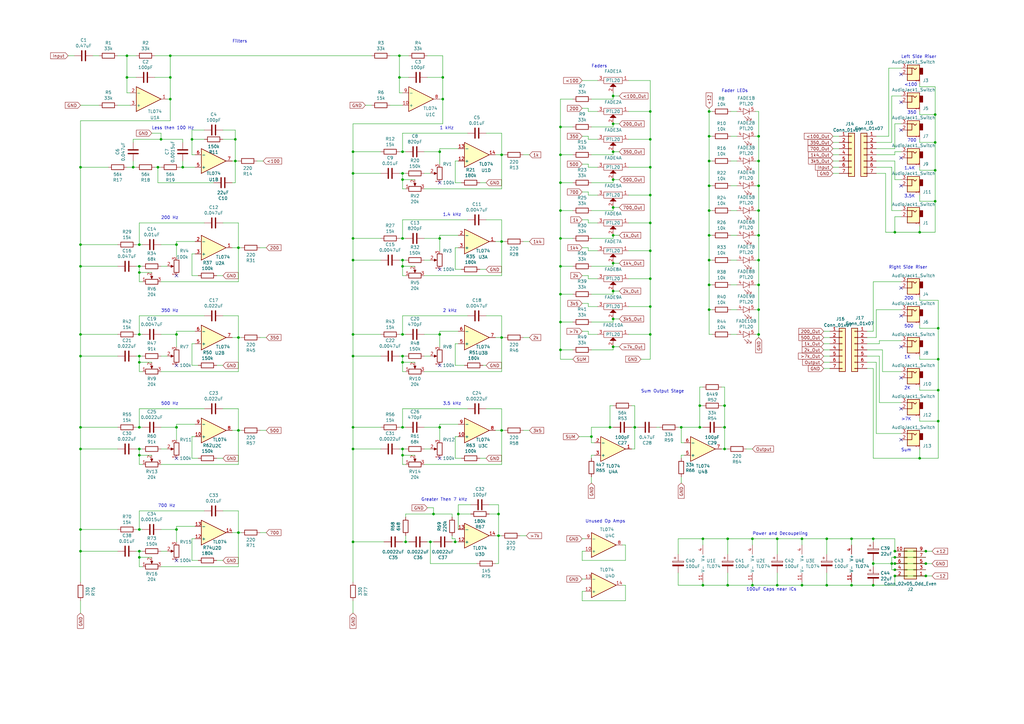
<source format=kicad_sch>
(kicad_sch (version 20250114) (generator "eeschema") (generator_version "9.0")
  (paper "A3")
  (text "Faders" (at 242.57 27.94 0) (effects (font (size 1.27 1.27)) (justify left bottom)))
  (text "500 Hz" (at 66.04 166.37 0) (effects (font (size 1.27 1.27)) (justify left bottom)))
  (text "350" (at 372.11 46.99 0) (effects (font (size 1.27 1.27)) (justify left bottom)))
  (text "Unused Op Amps" (at 240.03 214.63 0) (effects (font (size 1.27 1.27)) (justify left bottom)))
  (text "350 Hz" (at 66.04 128.27 0) (effects (font (size 1.27 1.27)) (justify left bottom)))
  (text "Left Side Riser" (at 369.57 24.13 0) (effects (font (size 1.27 1.27)) (justify left bottom)))
  (text "Sum Output Stage" (at 262.89 161.29 0) (effects (font (size 1.27 1.27)) (justify left bottom)))
  (text ">7K" (at 369.57 172.72 0) (effects (font (size 1.27 1.27)) (justify left bottom)))
  (text "500" (at 370.84 134.62 0) (effects (font (size 1.27 1.27)) (justify left bottom)))
  (text "3.5 kHz" (at 181.61 166.37 0) (effects (font (size 1.27 1.27)) (justify left bottom)))
  (text "1.4 kHz" (at 181.61 88.9 0) (effects (font (size 1.27 1.27)) (justify left bottom)))
  (text "1.4K" (at 370.84 69.85 0) (effects (font (size 1.27 1.27)) (justify left bottom)))
  (text "200 Hz" (at 66.04 90.17 0) (effects (font (size 1.27 1.27)) (justify left bottom)))
  (text "2K" (at 370.84 160.02 0) (effects (font (size 1.27 1.27)) (justify left bottom)))
  (text "Fader LEDs" (at 295.91 38.1 0) (effects (font (size 1.27 1.27)) (justify left bottom)))
  (text "Greater Then 7 kHz" (at 172.72 205.74 0) (effects (font (size 1.27 1.27)) (justify left bottom)))
  (text "2 kHz" (at 181.61 128.27 0) (effects (font (size 1.27 1.27)) (justify left bottom)))
  (text "3.5K" (at 370.84 81.28 0) (effects (font (size 1.27 1.27)) (justify left bottom)))
  (text "Right Side Riser" (at 364.49 110.49 0) (effects (font (size 1.27 1.27)) (justify left bottom)))
  (text "Filters" (at 95.25 17.78 0) (effects (font (size 1.27 1.27)) (justify left bottom)))
  (text "Less then 100 Hz" (at 62.23 53.34 0) (effects (font (size 1.27 1.27)) (justify left bottom)))
  (text "<100" (at 370.84 35.56 0) (effects (font (size 1.27 1.27)) (justify left bottom)))
  (text "700 Hz" (at 64.77 208.28 0) (effects (font (size 1.27 1.27)) (justify left bottom)))
  (text "1K" (at 370.84 147.32 0) (effects (font (size 1.27 1.27)) (justify left bottom)))
  (text "1 kHz" (at 180.34 53.34 0) (effects (font (size 1.27 1.27)) (justify left bottom)))
  (text "Sum" (at 369.57 185.42 0) (effects (font (size 1.27 1.27)) (justify left bottom)))
  (text "700" (at 372.11 58.42 0) (effects (font (size 1.27 1.27)) (justify left bottom)))
  (text "200" (at 370.84 123.19 0) (effects (font (size 1.27 1.27)) (justify left bottom)))
  (text "Power and Decoupeling" (at 308.61 219.71 0) (effects (font (size 1.27 1.27)) (justify left bottom)))
  (text "100uF Caps near ICs" (at 306.07 242.57 0) (effects (font (size 1.27 1.27)) (justify left bottom)))
  (junction (at 57.15 137.16))
  (junction (at 251.46 96.52))
  (junction (at 266.7 137.16))
  (junction (at 308.61 220.98))
  (junction (at 66.04 57.15))
  (junction (at 33.02 68.58))
  (junction (at 290.83 96.52))
  (junction (at 266.7 91.44))
  (junction (at 165.1 146.05))
  (junction (at 379.73 236.22))
  (junction (at 290.83 86.36))
  (junction (at 163.83 31.75))
  (junction (at 204.47 219.71))
  (junction (at 383.54 82.55))
  (junction (at 96.52 57.15))
  (junction (at 69.85 22.86))
  (junction (at 180.34 175.26))
  (junction (at 311.15 86.36))
  (junction (at 176.53 222.25))
  (junction (at 266.7 114.3))
  (junction (at 328.93 220.98))
  (junction (at 349.25 220.98))
  (junction (at 229.87 120.65))
  (junction (at 290.83 66.04))
  (junction (at 290.83 45.72))
  (junction (at 64.77 68.58))
  (junction (at 57.15 228.6))
  (junction (at 266.7 125.73))
  (junction (at 165.1 137.16))
  (junction (at 144.78 222.25))
  (junction (at 266.7 68.58))
  (junction (at 57.15 175.26))
  (junction (at 311.15 96.52))
  (junction (at 33.02 226.06))
  (junction (at 358.14 220.98))
  (junction (at 57.15 186.69))
  (junction (at 358.14 231.14))
  (junction (at 78.74 57.15))
  (junction (at 311.15 116.84))
  (junction (at 187.96 210.82))
  (junction (at 251.46 73.66))
  (junction (at 52.07 31.75))
  (junction (at 144.78 146.05))
  (junction (at 260.35 175.26))
  (junction (at 33.02 100.33))
  (junction (at 33.02 217.17))
  (junction (at 165.1 73.66))
  (junction (at 57.15 146.05))
  (junction (at 377.19 187.96))
  (junction (at 251.46 39.37))
  (junction (at 33.02 184.15))
  (junction (at 251.46 142.24))
  (junction (at 384.81 172.72))
  (junction (at 144.78 184.15))
  (junction (at 251.46 50.8))
  (junction (at 97.79 176.53))
  (junction (at 165.1 109.22))
  (junction (at 144.78 71.12))
  (junction (at 57.15 184.15))
  (junction (at 57.15 109.22))
  (junction (at 367.03 228.6))
  (junction (at 33.02 109.22))
  (junction (at 72.39 137.16))
  (junction (at 384.81 147.32))
  (junction (at 97.79 101.6))
  (junction (at 367.03 233.68))
  (junction (at 165.1 175.26))
  (junction (at 181.61 40.64))
  (junction (at 57.15 226.06))
  (junction (at 180.34 97.79))
  (junction (at 69.85 31.75))
  (junction (at 311.15 106.68))
  (junction (at 297.18 184.15))
  (junction (at 33.02 175.26))
  (junction (at 180.34 137.16))
  (junction (at 311.15 55.88))
  (junction (at 266.7 102.87))
  (junction (at 250.19 175.26))
  (junction (at 287.02 166.37))
  (junction (at 165.1 62.23))
  (junction (at 165.1 184.15))
  (junction (at 229.87 63.5))
  (junction (at 251.46 119.38))
  (junction (at 229.87 132.08))
  (junction (at 349.25 240.03))
  (junction (at 97.79 138.43))
  (junction (at 358.14 240.03))
  (junction (at 297.18 166.37))
  (junction (at 163.83 22.86))
  (junction (at 186.69 222.25))
  (junction (at 205.74 99.06))
  (junction (at 144.78 106.68))
  (junction (at 229.87 109.22))
  (junction (at 52.07 22.86))
  (junction (at 287.02 175.26))
  (junction (at 311.15 137.16))
  (junction (at 290.83 116.84))
  (junction (at 165.1 148.59))
  (junction (at 367.03 231.14))
  (junction (at 266.7 80.01))
  (junction (at 180.34 62.23))
  (junction (at 266.7 57.15))
  (junction (at 54.61 68.58))
  (junction (at 367.03 226.06))
  (junction (at 72.39 100.33))
  (junction (at 339.09 240.03))
  (junction (at 251.46 85.09))
  (junction (at 229.87 74.93))
  (junction (at 384.81 160.02))
  (junction (at 290.83 55.88))
  (junction (at 251.46 62.23))
  (junction (at 229.87 143.51))
  (junction (at 72.39 217.17))
  (junction (at 205.74 138.43))
  (junction (at 33.02 146.05))
  (junction (at 311.15 127))
  (junction (at 96.52 66.04))
  (junction (at 290.83 127))
  (junction (at 144.78 175.26))
  (junction (at 288.29 220.98))
  (junction (at 298.45 220.98))
  (junction (at 266.7 45.72))
  (junction (at 229.87 52.07))
  (junction (at 328.93 240.03))
  (junction (at 383.54 46.99))
  (junction (at 311.15 76.2))
  (junction (at 165.1 71.12))
  (junction (at 279.4 175.26))
  (junction (at 166.37 222.25))
  (junction (at 205.74 176.53))
  (junction (at 57.15 148.59))
  (junction (at 72.39 175.26))
  (junction (at 298.45 240.03))
  (junction (at 290.83 106.68))
  (junction (at 339.09 220.98))
  (junction (at 205.74 63.5))
  (junction (at 383.54 69.85))
  (junction (at 365.76 231.14))
  (junction (at 290.83 76.2))
  (junction (at 242.57 179.07))
  (junction (at 74.93 68.58))
  (junction (at 384.81 134.62))
  (junction (at 144.78 62.23))
  (junction (at 297.18 175.26))
  (junction (at 165.1 97.79))
  (junction (at 181.61 31.75))
  (junction (at 144.78 97.79))
  (junction (at 308.61 240.03))
  (junction (at 57.15 111.76))
  (junction (at 383.54 58.42))
  (junction (at 229.87 86.36))
  (junction (at 318.77 240.03))
  (junction (at 367.03 236.22))
  (junction (at 379.73 226.06))
  (junction (at 379.73 231.14))
  (junction (at 318.77 220.98))
  (junction (at 177.8 210.82))
  (junction (at 57.15 217.17))
  (junction (at 251.46 107.95))
  (junction (at 377.19 95.25))
  (junction (at 165.1 186.69))
  (junction (at 311.15 66.04))
  (junction (at 57.15 100.33))
  (junction (at 367.03 95.25))
  (junction (at 97.79 218.44))
  (junction (at 229.87 97.79))
  (junction (at 33.02 137.16))
  (junction (at 288.29 240.03))
  (junction (at 204.47 210.82))
  (junction (at 69.85 40.64))
  (junction (at 165.1 106.68))
  (junction (at 144.78 137.16))
  (junction (at 251.46 130.81))
  (no_connect (at 180.34 187.96))
  (no_connect (at 72.39 229.87))
  (no_connect (at 369.57 30.48))
  (no_connect (at 369.57 129.54))
  (no_connect (at 369.57 167.64))
  (no_connect (at 369.57 142.24))
  (no_connect (at 369.57 53.34))
  (no_connect (at 369.57 76.2))
  (no_connect (at 180.34 149.86))
  (no_connect (at 72.39 113.03))
  (no_connect (at 72.39 187.96))
  (no_connect (at 369.57 118.11))
  (no_connect (at 369.57 154.94))
  (no_connect (at 369.57 180.34))
  (no_connect (at 180.34 110.49))
  (no_connect (at 72.39 149.86))
  (no_connect (at 369.57 41.91))
  (no_connect (at 180.34 74.93))
  (no_connect (at 369.57 64.77))
  (wire (pts (xy 290.83 55.88) (xy 290.83 45.72)))
  (wire (pts (xy 365.76 228.6) (xy 365.76 231.14)))
  (wire (pts (xy 199.39 167.64) (xy 205.74 167.64)))
  (wire (pts (xy 309.88 55.88) (xy 311.15 55.88)))
  (wire (pts (xy 238.76 44.45) (xy 241.3 44.45)))
  (wire (pts (xy 173.99 146.05) (xy 176.53 146.05)))
  (wire (pts (xy 187.96 66.04) (xy 186.69 66.04)))
  (wire (pts (xy 241.3 80.01) (xy 245.11 80.01)))
  (wire (pts (xy 308.61 238.76) (xy 308.61 240.03)))
  (wire (pts (xy 377.19 147.32) (xy 384.81 147.32)))
  (wire (pts (xy 240.03 226.06) (xy 238.76 226.06)))
  (wire (pts (xy 288.29 220.98) (xy 298.45 220.98)))
  (wire (pts (xy 57.15 184.15) (xy 58.42 184.15)))
  (wire (pts (xy 66.04 184.15) (xy 68.58 184.15)))
  (wire (pts (xy 299.72 45.72) (xy 302.26 45.72)))
  (wire (pts (xy 48.26 137.16) (xy 33.02 137.16)))
  (wire (pts (xy 53.34 43.18) (xy 48.26 43.18)))
  (wire (pts (xy 254 62.23) (xy 251.46 62.23)))
  (wire (pts (xy 377.19 82.55) (xy 377.19 80.01)))
  (wire (pts (xy 240.03 237.49) (xy 238.76 237.49)))
  (wire (pts (xy 383.54 95.25) (xy 377.19 95.25)))
  (wire (pts (xy 367.03 220.98) (xy 358.14 220.98)))
  (wire (pts (xy 69.85 40.64) (xy 69.85 31.75)))
  (wire (pts (xy 205.74 129.54) (xy 199.39 129.54)))
  (wire (pts (xy 254 142.24) (xy 251.46 142.24)))
  (wire (pts (xy 144.78 50.8) (xy 181.61 50.8)))
  (wire (pts (xy 191.77 167.64) (xy 165.1 167.64)))
  (wire (pts (xy 176.53 222.25) (xy 175.26 222.25)))
  (wire (pts (xy 144.78 62.23) (xy 144.78 71.12)))
  (wire (pts (xy 266.7 33.02) (xy 266.7 45.72)))
  (wire (pts (xy 180.34 40.64) (xy 181.61 40.64)))
  (wire (pts (xy 318.77 240.03) (xy 328.93 240.03)))
  (wire (pts (xy 99.06 176.53) (xy 97.79 176.53)))
  (wire (pts (xy 234.95 120.65) (xy 229.87 120.65)))
  (wire (pts (xy 215.9 219.71) (xy 213.36 219.71)))
  (wire (pts (xy 57.15 209.55) (xy 83.82 209.55)))
  (wire (pts (xy 57.15 137.16) (xy 58.42 137.16)))
  (wire (pts (xy 355.6 135.89) (xy 358.14 135.89)))
  (wire (pts (xy 242.57 120.65) (xy 251.46 120.65)))
  (wire (pts (xy 242.57 187.96) (xy 242.57 186.69)))
  (wire (pts (xy 328.93 223.52) (xy 328.93 220.98)))
  (wire (pts (xy 66.04 190.5) (xy 97.79 190.5)))
  (wire (pts (xy 173.99 97.79) (xy 180.34 97.79)))
  (wire (pts (xy 290.83 66.04) (xy 290.83 55.88)))
  (wire (pts (xy 80.01 140.97) (xy 78.74 140.97)))
  (wire (pts (xy 308.61 223.52) (xy 308.61 220.98)))
  (wire (pts (xy 109.22 176.53) (xy 106.68 176.53)))
  (wire (pts (xy 250.19 175.26) (xy 251.46 175.26)))
  (wire (pts (xy 163.83 137.16) (xy 165.1 137.16)))
  (wire (pts (xy 55.88 31.75) (xy 52.07 31.75)))
  (wire (pts (xy 57.15 226.06) (xy 58.42 226.06)))
  (wire (pts (xy 52.07 38.1) (xy 52.07 31.75)))
  (wire (pts (xy 290.83 96.52) (xy 290.83 86.36)))
  (wire (pts (xy 181.61 40.64) (xy 181.61 31.75)))
  (wire (pts (xy 80.01 63.5) (xy 78.74 63.5)))
  (wire (pts (xy 96.52 57.15) (xy 96.52 53.34)))
  (wire (pts (xy 337.82 138.43) (xy 340.36 138.43)))
  (wire (pts (xy 241.3 101.6) (xy 241.3 102.87)))
  (wire (pts (xy 97.79 176.53) (xy 97.79 167.64)))
  (wire (pts (xy 66.04 217.17) (xy 72.39 217.17)))
  (wire (pts (xy 337.82 143.51) (xy 340.36 143.51)))
  (wire (pts (xy 288.29 158.75) (xy 287.02 158.75)))
  (wire (pts (xy 68.58 109.22) (xy 66.04 109.22)))
  (wire (pts (xy 238.76 246.38) (xy 256.54 246.38)))
  (wire (pts (xy 205.74 113.03) (xy 205.74 99.06)))
  (wire (pts (xy 95.25 138.43) (xy 97.79 138.43)))
  (wire (pts (xy 78.74 57.15) (xy 78.74 53.34)))
  (wire (pts (xy 266.7 68.58) (xy 266.7 80.01)))
  (wire (pts (xy 185.42 210.82) (xy 185.42 212.09)))
  (wire (pts (xy 176.53 231.14) (xy 176.53 222.25)))
  (wire (pts (xy 156.21 62.23) (xy 144.78 62.23)))
  (wire (pts (xy 72.39 105.41) (xy 72.39 100.33)))
  (wire (pts (xy 257.81 102.87) (xy 266.7 102.87)))
  (wire (pts (xy 97.79 218.44) (xy 99.06 218.44)))
  (wire (pts (xy 382.27 236.22) (xy 379.73 236.22)))
  (wire (pts (xy 173.99 113.03) (xy 205.74 113.03)))
  (wire (pts (xy 57.15 137.16) (xy 57.15 129.54)))
  (wire (pts (xy 337.82 146.05) (xy 340.36 146.05)))
  (wire (pts (xy 242.57 109.22) (xy 251.46 109.22)))
  (wire (pts (xy 173.99 137.16) (xy 180.34 137.16)))
  (wire (pts (xy 57.15 146.05) (xy 57.15 148.59)))
  (wire (pts (xy 144.78 50.8) (xy 144.78 62.23)))
  (wire (pts (xy 204.47 219.71) (xy 203.2 219.71)))
  (wire (pts (xy 290.83 55.88) (xy 292.1 55.88)))
  (wire (pts (xy 54.61 68.58) (xy 55.88 68.58)))
  (wire (pts (xy 156.21 175.26) (xy 144.78 175.26)))
  (wire (pts (xy 205.74 138.43) (xy 205.74 152.4)))
  (wire (pts (xy 377.19 158.75) (xy 377.19 160.02)))
  (wire (pts (xy 260.35 175.26) (xy 259.08 175.26)))
  (wire (pts (xy 309.88 106.68) (xy 311.15 106.68)))
  (wire (pts (xy 297.18 184.15) (xy 298.45 184.15)))
  (wire (pts (xy 266.7 114.3) (xy 266.7 125.73)))
  (wire (pts (xy 95.25 101.6) (xy 97.79 101.6)))
  (wire (pts (xy 234.95 63.5) (xy 229.87 63.5)))
  (wire (pts (xy 173.99 152.4) (xy 205.74 152.4)))
  (wire (pts (xy 72.39 217.17) (xy 72.39 215.9)))
  (wire (pts (xy 83.82 167.64) (xy 57.15 167.64)))
  (wire (pts (xy 57.15 217.17) (xy 57.15 209.55)))
  (wire (pts (xy 238.76 135.89) (xy 241.3 135.89)))
  (wire (pts (xy 365.76 58.42) (xy 359.41 58.42)))
  (wire (pts (xy 156.21 97.79) (xy 144.78 97.79)))
  (wire (pts (xy 170.18 109.22) (xy 165.1 109.22)))
  (wire (pts (xy 377.19 187.96) (xy 384.81 187.96)))
  (wire (pts (xy 166.37 212.09) (xy 166.37 210.82)))
  (wire (pts (xy 379.73 231.14) (xy 367.03 231.14)))
  (wire (pts (xy 203.2 99.06) (xy 205.74 99.06)))
  (wire (pts (xy 288.29 238.76) (xy 288.29 240.03)))
  (wire (pts (xy 241.3 114.3) (xy 245.11 114.3)))
  (wire (pts (xy 166.37 219.71) (xy 166.37 222.25)))
  (wire (pts (xy 96.52 66.04) (xy 97.79 66.04)))
  (wire (pts (xy 165.1 90.17) (xy 165.1 97.79)))
  (wire (pts (xy 377.19 46.99) (xy 383.54 46.99)))
  (wire (pts (xy 295.91 166.37) (xy 297.18 166.37)))
  (wire (pts (xy 383.54 58.42) (xy 383.54 46.99)))
  (wire (pts (xy 181.61 31.75) (xy 181.61 22.86)))
  (wire (pts (xy 166.37 175.26) (xy 165.1 175.26)))
  (wire (pts (xy 81.28 187.96) (xy 78.74 187.96)))
  (wire (pts (xy 359.41 63.5) (xy 367.03 63.5)))
  (wire (pts (xy 80.01 220.98) (xy 78.74 220.98)))
  (wire (pts (xy 279.4 187.96) (xy 279.4 186.69)))
  (wire (pts (xy 254 50.8) (xy 251.46 50.8)))
  (wire (pts (xy 165.1 137.16) (xy 166.37 137.16)))
  (wire (pts (xy 163.83 31.75) (xy 163.83 22.86)))
  (wire (pts (xy 203.2 63.5) (xy 205.74 63.5)))
  (wire (pts (xy 290.83 106.68) (xy 290.83 96.52)))
  (wire (pts (xy 52.07 31.75) (xy 52.07 22.86)))
  (wire (pts (xy 341.63 58.42) (xy 344.17 58.42)))
  (wire (pts (xy 198.12 149.86) (xy 199.39 149.86)))
  (wire (pts (xy 238.76 78.74) (xy 241.3 78.74)))
  (wire (pts (xy 55.88 100.33) (xy 57.15 100.33)))
  (wire (pts (xy 57.15 111.76) (xy 57.15 109.22)))
  (wire (pts (xy 58.42 115.57) (xy 57.15 115.57)))
  (wire (pts (xy 365.76 231.14) (xy 358.14 231.14)))
  (wire (pts (xy 234.95 74.93) (xy 229.87 74.93)))
  (wire (pts (xy 377.19 133.35) (xy 377.19 134.62)))
  (wire (pts (xy 367.03 60.96) (xy 359.41 60.96)))
  (wire (pts (xy 66.04 226.06) (xy 68.58 226.06)))
  (wire (pts (xy 62.23 186.69) (xy 57.15 186.69)))
  (wire (pts (xy 238.76 242.57) (xy 238.76 246.38)))
  (wire (pts (xy 33.02 175.26) (xy 33.02 184.15)))
  (wire (pts (xy 48.26 226.06) (xy 33.02 226.06)))
  (wire (pts (xy 377.19 57.15) (xy 377.19 58.42)))
  (wire (pts (xy 156.21 71.12) (xy 144.78 71.12)))
  (wire (pts (xy 241.3 135.89) (xy 241.3 137.16)))
  (wire (pts (xy 205.74 190.5) (xy 205.74 176.53)))
  (wire (pts (xy 364.49 55.88) (xy 364.49 27.94)))
  (wire (pts (xy 341.63 63.5) (xy 344.17 63.5)))
  (wire (pts (xy 72.39 137.16) (xy 72.39 135.89)))
  (wire (pts (xy 163.83 146.05) (xy 165.1 146.05)))
  (wire (pts (xy 177.8 208.28) (xy 177.8 210.82)))
  (wire (pts (xy 229.87 86.36) (xy 229.87 74.93)))
  (wire (pts (xy 308.61 240.03) (xy 318.77 240.03)))
  (wire (pts (xy 328.93 238.76) (xy 328.93 240.03)))
  (wire (pts (xy 48.26 184.15) (xy 33.02 184.15)))
  (wire (pts (xy 257.81 137.16) (xy 266.7 137.16)))
  (wire (pts (xy 95.25 74.93) (xy 96.52 74.93)))
  (wire (pts (xy 288.29 175.26) (xy 287.02 175.26)))
  (wire (pts (xy 302.26 86.36) (xy 299.72 86.36)))
  (wire (pts (xy 229.87 109.22) (xy 229.87 97.79)))
  (wire (pts (xy 355.6 148.59) (xy 359.41 148.59)))
  (wire (pts (xy 254 73.66) (xy 251.46 73.66)))
  (wire (pts (xy 328.93 240.03) (xy 339.09 240.03)))
  (wire (pts (xy 251.46 107.95) (xy 254 107.95)))
  (wire (pts (xy 242.57 198.12) (xy 242.57 195.58)))
  (wire (pts (xy 229.87 120.65) (xy 229.87 109.22)))
  (wire (pts (xy 241.3 102.87) (xy 245.11 102.87)))
  (wire (pts (xy 243.84 181.61) (xy 242.57 181.61)))
  (wire (pts (xy 360.68 140.97) (xy 360.68 139.7)))
  (wire (pts (xy 185.42 222.25) (xy 186.69 222.25)))
  (wire (pts (xy 166.37 97.79) (xy 165.1 97.79)))
  (wire (pts (xy 72.39 142.24) (xy 72.39 137.16)))
  (wire (pts (xy 229.87 40.64) (xy 234.95 40.64)))
  (wire (pts (xy 165.1 190.5) (xy 165.1 186.69)))
  (wire (pts (xy 165.1 186.69) (xy 165.1 184.15)))
  (wire (pts (xy 266.7 80.01) (xy 266.7 91.44)))
  (wire (pts (xy 290.83 76.2) (xy 290.83 66.04)))
  (wire (pts (xy 234.95 52.07) (xy 229.87 52.07)))
  (wire (pts (xy 186.69 74.93) (xy 189.23 74.93)))
  (wire (pts (xy 306.07 184.15) (xy 308.61 184.15)))
  (wire (pts (xy 166.37 222.25) (xy 167.64 222.25)))
  (wire (pts (xy 109.22 101.6) (xy 106.68 101.6)))
  (wire (pts (xy 298.45 220.98) (xy 308.61 220.98)))
  (wire (pts (xy 57.15 146.05) (xy 58.42 146.05)))
  (wire (pts (xy 52.07 68.58) (xy 54.61 68.58)))
  (wire (pts (xy 163.83 38.1) (xy 163.83 31.75)))
  (wire (pts (xy 97.79 218.44) (xy 97.79 232.41)))
  (wire (pts (xy 361.95 143.51) (xy 361.95 152.4)))
  (wire (pts (xy 292.1 45.72) (xy 290.83 45.72)))
  (wire (pts (xy 144.78 106.68) (xy 144.78 137.16)))
  (wire (pts (xy 365.76 86.36) (xy 369.57 86.36)))
  (wire (pts (xy 205.74 167.64) (xy 205.74 176.53)))
  (wire (pts (xy 173.99 71.12) (xy 176.53 71.12)))
  (wire (pts (xy 57.15 186.69) (xy 57.15 184.15)))
  (wire (pts (xy 256.54 246.38) (xy 256.54 240.03)))
  (wire (pts (xy 38.1 22.86) (xy 40.64 22.86)))
  (wire (pts (xy 367.03 50.8) (xy 367.03 60.96)))
  (wire (pts (xy 204.47 207.01) (xy 204.47 210.82)))
  (wire (pts (xy 365.76 39.37) (xy 365.76 58.42)))
  (wire (pts (xy 187.96 210.82) (xy 187.96 207.01)))
  (wire (pts (xy 69.85 31.75) (xy 69.85 22.86)))
  (wire (pts (xy 328.93 220.98) (xy 339.09 220.98)))
  (wire (pts (xy 377.19 69.85) (xy 383.54 69.85)))
  (wire (pts (xy 180.34 137.16) (xy 180.34 142.24)))
  (wire (pts (xy 257.81 125.73) (xy 266.7 125.73)))
  (wire (pts (xy 91.44 113.03) (xy 88.9 113.03)))
  (wire (pts (xy 241.3 45.72) (xy 245.11 45.72)))
  (wire (pts (xy 97.79 232.41) (xy 66.04 232.41)))
  (wire (pts (xy 384.81 160.02) (xy 384.81 147.32)))
  (wire (pts (xy 266.7 102.87) (xy 266.7 114.3)))
  (wire (pts (xy 309.88 86.36) (xy 311.15 86.36)))
  (wire (pts (xy 186.69 149.86) (xy 190.5 149.86)))
  (wire (pts (xy 165.1 113.03) (xy 165.1 109.22)))
  (wire (pts (xy 173.99 190.5) (xy 205.74 190.5)))
  (wire (pts (xy 91.44 209.55) (xy 97.79 209.55)))
  (wire (pts (xy 180.34 96.52) (xy 180.34 97.79)))
  (wire (pts (xy 241.3 57.15) (xy 241.3 55.88)))
  (wire (pts (xy 156.21 137.16) (xy 144.78 137.16)))
  (wire (pts (xy 33.02 217.17) (xy 33.02 226.06)))
  (wire (pts (xy 173.99 62.23) (xy 180.34 62.23)))
  (wire (pts (xy 242.57 132.08) (xy 251.46 132.08)))
  (wire (pts (xy 251.46 38.1) (xy 251.46 39.37)))
  (wire (pts (xy 78.74 179.07) (xy 80.01 179.07)))
  (wire (pts (xy 365.76 68.58) (xy 365.76 86.36)))
  (wire (pts (xy 97.79 129.54) (xy 97.79 138.43)))
  (wire (pts (xy 173.99 77.47) (xy 205.74 77.47)))
  (wire (pts (xy 363.22 71.12) (xy 359.41 71.12)))
  (wire (pts (xy 33.02 246.38) (xy 33.02 251.46)))
  (wire (pts (xy 180.34 97.79) (xy 180.34 102.87)))
  (wire (pts (xy 311.15 137.16) (xy 311.15 127)))
  (wire (pts (xy 367.03 88.9) (xy 369.57 88.9)))
  (wire (pts (xy 33.02 100.33) (xy 33.02 109.22)))
  (wire (pts (xy 238.76 229.87) (xy 256.54 229.87)))
  (wire (pts (xy 204.47 231.14) (xy 204.47 219.71)))
  (wire (pts (xy 377.19 146.05) (xy 377.19 147.32)))
  (wire (pts (xy 175.26 208.28) (xy 177.8 208.28)))
  (wire (pts (xy 165.1 167.64) (xy 165.1 175.26)))
  (wire (pts (xy 241.3 91.44) (xy 245.11 91.44)))
  (wire (pts (xy 238.76 101.6) (xy 241.3 101.6)))
  (wire (pts (xy 377.19 187.96) (xy 377.19 184.15)))
  (wire (pts (xy 311.15 66.04) (xy 311.15 55.88)))
  (wire (pts (xy 97.79 129.54) (xy 91.44 129.54)))
  (wire (pts (xy 358.14 151.13) (xy 358.14 187.96)))
  (wire (pts (xy 278.13 175.26) (xy 279.4 175.26)))
  (wire (pts (xy 186.69 222.25) (xy 187.96 222.25)))
  (wire (pts (xy 165.1 97.79) (xy 163.83 97.79)))
  (wire (pts (xy 187.96 140.97) (xy 186.69 140.97)))
  (wire (pts (xy 279.4 186.69) (xy 280.67 186.69)))
  (wire (pts (xy 299.72 55.88) (xy 302.26 55.88)))
  (wire (pts (xy 229.87 132.08) (xy 229.87 120.65)))
  (wire (pts (xy 177.8 210.82) (xy 185.42 210.82)))
  (wire (pts (xy 234.95 147.32) (xy 229.87 147.32)))
  (wire (pts (xy 199.39 90.17) (xy 205.74 90.17)))
  (wire (pts (xy 52.07 22.86) (xy 55.88 22.86)))
  (wire (pts (xy 229.87 147.32) (xy 229.87 143.51)))
  (wire (pts (xy 175.26 31.75) (xy 181.61 31.75)))
  (wire (pts (xy 166.37 210.82) (xy 177.8 210.82)))
  (wire (pts (xy 384.81 123.19) (xy 377.19 123.19)))
  (wire (pts (xy 241.3 113.03) (xy 241.3 114.3)))
  (wire (pts (xy 251.46 62.23) (xy 251.46 63.5)))
  (wire (pts (xy 309.88 76.2) (xy 311.15 76.2)))
  (wire (pts (xy 200.66 210.82) (xy 204.47 210.82)))
  (wire (pts (xy 344.17 71.12) (xy 341.63 71.12)))
  (wire (pts (xy 384.81 134.62) (xy 384.81 123.19)))
  (wire (pts (xy 367.03 62.23) (xy 369.57 62.23)))
  (wire (pts (xy 48.26 146.05) (xy 33.02 146.05)))
  (wire (pts (xy 292.1 106.68) (xy 290.83 106.68)))
  (wire (pts (xy 359.41 55.88) (xy 364.49 55.88)))
  (wire (pts (xy 302.26 127) (xy 299.72 127)))
  (wire (pts (xy 384.81 147.32) (xy 384.81 134.62)))
  (wire (pts (xy 251.46 97.79) (xy 251.46 96.52)))
  (wire (pts (xy 205.74 176.53) (xy 207.01 176.53)))
  (wire (pts (xy 238.76 67.31) (xy 241.3 67.31)))
  (wire (pts (xy 251.46 120.65) (xy 251.46 119.38)))
  (wire (pts (xy 238.76 113.03) (xy 241.3 113.03)))
  (wire (pts (xy 302.26 137.16) (xy 299.72 137.16)))
  (wire (pts (xy 54.61 57.15) (xy 66.04 57.15)))
  (wire (pts (xy 97.79 101.6) (xy 99.06 101.6)))
  (wire (pts (xy 261.62 175.26) (xy 260.35 175.26)))
  (wire (pts (xy 97.79 209.55) (xy 97.79 218.44)))
  (wire (pts (xy 292.1 86.36) (xy 290.83 86.36)))
  (wire (pts (xy 260.35 166.37) (xy 260.35 175.26)))
  (wire (pts (xy 302.26 76.2) (xy 299.72 76.2)))
  (wire (pts (xy 144.78 97.79) (xy 144.78 106.68)))
  (wire (pts (xy 309.88 137.16) (xy 311.15 137.16)))
  (wire (pts (xy 81.28 113.03) (xy 78.74 113.03)))
  (wire (pts (xy 279.4 181.61) (xy 279.4 175.26)))
  (wire (pts (xy 290.83 127) (xy 290.83 116.84)))
  (wire (pts (xy 87.63 74.93) (xy 64.77 74.93)))
  (wire (pts (xy 205.74 90.17) (xy 205.74 99.06)))
  (wire (pts (xy 355.6 143.51) (xy 361.95 143.51)))
  (wire (pts (xy 78.74 220.98) (xy 78.74 229.87)))
  (wire (pts (xy 234.95 97.79) (xy 229.87 97.79)))
  (wire (pts (xy 234.95 86.36) (xy 229.87 86.36)))
  (wire (pts (xy 379.73 236.22) (xy 367.03 236.22)))
  (wire (pts (xy 55.88 175.26) (xy 57.15 175.26)))
  (wire (pts (xy 337.82 148.59) (xy 340.36 148.59)))
  (wire (pts (xy 288.29 240.03) (xy 298.45 240.03)))
  (wire (pts (xy 97.79 167.64) (xy 91.44 167.64)))
  (wire (pts (xy 297.18 166.37) (xy 297.18 175.26)))
  (wire (pts (xy 266.7 125.73) (xy 266.7 137.16)))
  (wire (pts (xy 278.13 220.98) (xy 278.13 227.33)))
  (wire (pts (xy 377.19 58.42) (xy 383.54 58.42)))
  (wire (pts (xy 165.1 146.05) (xy 165.1 148.59)))
  (wire (pts (xy 187.96 217.17) (xy 187.96 210.82)))
  (wire (pts (xy 365.76 233.68) (xy 365.76 231.14)))
  (wire (pts (xy 369.57 50.8) (xy 367.03 50.8)))
  (wire (pts (xy 57.15 232.41) (xy 58.42 232.41)))
  (wire (pts (xy 187.96 96.52) (xy 180.34 96.52)))
  (wire (pts (xy 33.02 226.06) (xy 33.02 238.76)))
  (wire (pts (xy 144.78 175.26) (xy 144.78 184.15)))
  (wire (pts (xy 311.15 45.72) (xy 309.88 45.72)))
  (wire (pts (xy 68.58 40.64) (xy 69.85 40.64)))
  (wire (pts (xy 33.02 137.16) (xy 33.02 146.05)))
  (wire (pts (xy 242.57 74.93) (xy 251.46 74.93)))
  (wire (pts (xy 257.81 91.44) (xy 266.7 91.44)))
  (wire (pts (xy 349.25 223.52) (xy 349.25 220.98)))
  (wire (pts (xy 200.66 207.01) (xy 204.47 207.01)))
  (wire (pts (xy 229.87 52.07) (xy 229.87 40.64)))
  (wire (pts (xy 180.34 173.99) (xy 180.34 175.26)))
  (wire (pts (xy 66.04 57.15) (xy 74.93 57.15)))
  (wire (pts (xy 359.41 127) (xy 359.41 138.43)))
  (wire (pts (xy 367.03 95.25) (xy 367.03 88.9)))
  (wire (pts (xy 241.3 44.45) (xy 241.3 45.72)))
  (wire (pts (xy 186.69 187.96) (xy 186.69 179.07)))
  (wire (pts (xy 62.23 111.76) (xy 57.15 111.76)))
  (wire (pts (xy 165.1 148.59) (xy 165.1 152.4)))
  (wire (pts (xy 83.82 57.15) (xy 78.74 57.15)))
  (wire (pts (xy 241.3 90.17) (xy 241.3 91.44)))
  (wire (pts (xy 377.19 34.29) (xy 377.19 35.56)))
  (wire (pts (xy 302.26 66.04) (xy 299.72 66.04)))
  (wire (pts (xy 95.25 218.44) (xy 97.79 218.44)))
  (wire (pts (xy 278.13 240.03) (xy 278.13 234.95)))
  (wire (pts (xy 309.88 66.04) (xy 311.15 66.04)))
  (wire (pts (xy 186.69 110.49) (xy 189.23 110.49)))
  (wire (pts (xy 69.85 22.86) (xy 63.5 22.86)))
  (wire (pts (xy 365.76 228.6) (xy 367.03 228.6)))
  (wire (pts (xy 238.76 226.06) (xy 238.76 229.87)))
  (wire (pts (xy 54.61 66.04) (xy 54.61 68.58)))
  (wire (pts (xy 382.27 231.14) (xy 379.73 231.14)))
  (wire (pts (xy 367.03 73.66) (xy 369.57 73.66)))
  (wire (pts (xy 229.87 97.79) (xy 229.87 86.36)))
  (wire (pts (xy 57.15 100.33) (xy 57.15 91.44)))
  (wire (pts (xy 165.1 106.68) (xy 163.83 106.68)))
  (wire (pts (xy 302.26 106.68) (xy 299.72 106.68)))
  (wire (pts (xy 165.1 77.47) (xy 166.37 77.47)))
  (wire (pts (xy 295.91 175.26) (xy 297.18 175.26)))
  (wire (pts (xy 309.88 96.52) (xy 311.15 96.52)))
  (wire (pts (xy 97.79 91.44) (xy 97.79 101.6)))
  (wire (pts (xy 251.46 166.37) (xy 250.19 166.37)))
  (wire (pts (xy 229.87 74.93) (xy 229.87 63.5)))
  (wire (pts (xy 229.87 143.51) (xy 229.87 132.08)))
  (wire (pts (xy 205.74 219.71) (xy 204.47 219.71)))
  (wire (pts (xy 383.54 82.55) (xy 383.54 95.25)))
  (wire (pts (xy 242.57 175.26) (xy 250.19 175.26)))
  (wire (pts (xy 144.78 71.12) (xy 144.78 97.79)))
  (wire (pts (xy 187.96 135.89) (xy 180.34 135.89)))
  (wire (pts (xy 377.19 134.62) (xy 384.81 134.62)))
  (wire (pts (xy 287.02 175.26) (xy 287.02 166.37)))
  (wire (pts (xy 318.77 227.33) (xy 318.77 220.98)))
  (wire (pts (xy 241.3 78.74) (xy 241.3 80.01)))
  (wire (pts (xy 69.85 49.53) (xy 33.02 49.53)))
  (wire (pts (xy 163.83 62.23) (xy 165.1 62.23)))
  (wire (pts (xy 144.78 184.15) (xy 144.78 222.25)))
  (wire (pts (xy 78.74 104.14) (xy 80.01 104.14)))
  (wire (pts (xy 163.83 38.1) (xy 165.1 38.1)))
  (wire (pts (xy 238.76 33.02) (xy 245.11 33.02)))
  (wire (pts (xy 266.7 45.72) (xy 266.7 57.15)))
  (wire (pts (xy 57.15 152.4) (xy 58.42 152.4)))
  (wire (pts (xy 73.66 68.58) (xy 74.93 68.58)))
  (wire (pts (xy 205.74 63.5) (xy 207.01 63.5)))
  (wire (pts (xy 166.37 190.5) (xy 165.1 190.5)))
  (wire (pts (xy 318.77 234.95) (xy 318.77 240.03)))
  (wire (pts (xy 66.04 175.26) (xy 72.39 175.26)))
  (wire (pts (xy 360.68 139.7) (xy 369.57 139.7)))
  (wire (pts (xy 367.03 231.14) (xy 365.76 231.14)))
  (wire (pts (xy 339.09 234.95) (xy 339.09 240.03)))
  (wire (pts (xy 186.69 220.98) (xy 185.42 220.98)))
  (wire (pts (xy 203.2 138.43) (xy 205.74 138.43)))
  (wire (pts (xy 96.52 53.34) (xy 91.44 53.34)))
  (wire (pts (xy 251.46 40.64) (xy 242.57 40.64)))
  (wire (pts (xy 91.44 187.96) (xy 88.9 187.96)))
  (wire (pts (xy 157.48 222.25) (xy 144.78 222.25)))
  (wire (pts (xy 256.54 229.87) (xy 256.54 223.52)))
  (wire (pts (xy 166.37 113.03) (xy 165.1 113.03)))
  (wire (pts (xy 341.63 60.96) (xy 344.17 60.96)))
  (wire (pts (xy 234.95 109.22) (xy 229.87 109.22)))
  (wire (pts (xy 217.17 63.5) (xy 214.63 63.5)))
  (wire (pts (xy 54.61 58.42) (xy 54.61 57.15)))
  (wire (pts (xy 72.39 175.26) (xy 72.39 173.99)))
  (wire (pts (xy 292.1 66.04) (xy 290.83 66.04)))
  (wire (pts (xy 238.76 90.17) (xy 241.3 90.17)))
  (wire (pts (xy 241.3 124.46) (xy 241.3 125.73)))
  (wire (pts (xy 240.03 242.57) (xy 238.76 242.57)))
  (wire (pts (xy 234.95 132.08) (xy 229.87 132.08)))
  (wire (pts (xy 44.45 68.58) (xy 33.02 68.58)))
  (wire (pts (xy 311.15 76.2) (xy 311.15 66.04)))
  (wire (pts (xy 63.5 31.75) (xy 69.85 31.75)))
  (wire (pts (xy 358.14 187.96) (xy 377.19 187.96)))
  (wire (pts (xy 217.17 176.53) (xy 214.63 176.53)))
  (wire (pts (xy 186.69 140.97) (xy 186.69 149.86)))
  (wire (pts (xy 383.54 69.85) (xy 383.54 58.42)))
  (wire (pts (xy 180.34 62.23) (xy 180.34 67.31)))
  (wire (pts (xy 377.19 35.56) (xy 383.54 35.56)))
  (wire (pts (xy 189.23 187.96) (xy 186.69 187.96)))
  (wire (pts (xy 205.74 77.47) (xy 205.74 63.5)))
  (wire (pts (xy 251.46 39.37) (xy 251.46 40.64)))
  (wire (pts (xy 55.88 109.22) (xy 57.15 109.22)))
  (wire (pts (xy 195.58 231.14) (xy 176.53 231.14)))
  (wire (pts (xy 297.18 175.26) (xy 297.18 184.15)))
  (wire (pts (xy 358.14 231.14) (xy 358.14 232.41)))
  (wire (pts (xy 144.78 137.16) (xy 144.78 146.05)))
  (wire (pts (xy 165.1 184.15) (xy 163.83 184.15)))
  (wire (pts (xy 359.41 66.04) (xy 367.03 66.04)))
  (wire (pts (xy 311.15 116.84) (xy 311.15 106.68)))
  (wire (pts (xy 78.74 187.96) (xy 78.74 179.07)))
  (wire (pts (xy 180.34 175.26) (xy 180.34 180.34)))
  (wire (pts (xy 359.41 148.59) (xy 359.41 177.8)))
  (wire (pts (xy 238.76 220.98) (xy 240.03 220.98)))
  (wire (pts (xy 165.1 73.66) (xy 165.1 77.47)))
  (wire (pts (xy 62.23 54.61) (xy 66.04 54.61)))
  (wire (pts (xy 290.83 45.72) (xy 290.83 44.45)))
  (wire (pts (xy 309.88 127) (xy 311.15 127)))
  (wire (pts (xy 173.99 106.68) (xy 176.53 106.68)))
  (wire (pts (xy 55.88 184.15) (xy 57.15 184.15)))
  (wire (pts (xy 165.1 222.25) (xy 166.37 222.25)))
  (wire (pts (xy 358.14 240.03) (xy 367.03 240.03)))
  (wire (pts (xy 160.02 22.86) (xy 163.83 22.86)))
  (wire (pts (xy 259.08 166.37) (xy 260.35 166.37)))
  (wire (pts (xy 257.81 57.15) (xy 266.7 57.15)))
  (wire (pts (xy 63.5 68.58) (xy 64.77 68.58)))
  (wire (pts (xy 377.19 121.92) (xy 377.19 123.19)))
  (wire (pts (xy 337.82 135.89) (xy 340.36 135.89)))
  (wire (pts (xy 33.02 100.33) (xy 48.26 100.33)))
  (wire (pts (xy 33.02 49.53) (xy 33.02 68.58)))
  (wire (pts (xy 204.47 210.82) (xy 204.47 219.71)))
  (wire (pts (xy 48.26 109.22) (xy 33.02 109.22)))
  (wire (pts (xy 242.57 143.51) (xy 251.46 143.51)))
  (wire (pts (xy 57.15 228.6) (xy 57.15 226.06)))
  (wire (pts (xy 72.39 215.9) (xy 80.01 215.9)))
  (wire (pts (xy 377.19 82.55) (xy 383.54 82.55)))
  (wire (pts (xy 193.04 210.82) (xy 187.96 210.82)))
  (wire (pts (xy 339.09 220.98) (xy 349.25 220.98)))
  (wire (pts (xy 78.74 229.87) (xy 81.28 229.87)))
  (wire (pts (xy 214.63 99.06) (xy 217.17 99.06)))
  (wire (pts (xy 170.18 73.66) (xy 165.1 73.66)))
  (wire (pts (xy 57.15 115.57) (xy 57.15 111.76)))
  (wire (pts (xy 57.15 217.17) (xy 58.42 217.17)))
  (wire (pts (xy 165.1 146.05) (xy 166.37 146.05)))
  (wire (pts (xy 186.69 222.25) (xy 186.69 220.98)))
  (wire (pts (xy 266.7 57.15) (xy 266.7 68.58)))
  (wire (pts (xy 341.63 55.88) (xy 344.17 55.88)))
  (wire (pts (xy 344.17 66.04) (xy 341.63 66.04)))
  (wire (pts (xy 257.81 45.72) (xy 266.7 45.72)))
  (wire (pts (xy 109.22 218.44) (xy 106.68 218.44)))
  (wire (pts (xy 62.23 148.59) (xy 57.15 148.59)))
  (wire (pts (xy 72.39 180.34) (xy 72.39 175.26)))
  (wire (pts (xy 238.76 124.46) (xy 241.3 124.46)))
  (wire (pts (xy 311.15 86.36) (xy 311.15 76.2)))
  (wire (pts (xy 256.54 223.52) (xy 255.27 223.52)))
  (wire (pts (xy 144.78 222.25) (xy 144.78 238.76)))
  (wire (pts (xy 66.04 146.05) (xy 68.58 146.05)))
  (wire (pts (xy 57.15 109.22) (xy 58.42 109.22)))
  (wire (pts (xy 295.91 158.75) (xy 297.18 158.75)))
  (wire (pts (xy 367.03 226.06) (xy 367.03 220.98)))
  (wire (pts (xy 66.04 115.57) (xy 97.79 115.57)))
  (wire (pts (xy 191.77 129.54) (xy 165.1 129.54)))
  (wire (pts (xy 292.1 96.52) (xy 290.83 96.52)))
  (wire (pts (xy 74.93 57.15) (xy 74.93 58.42)))
  (wire (pts (xy 187.96 101.6) (xy 186.69 101.6)))
  (wire (pts (xy 250.19 166.37) (xy 250.19 175.26)))
  (wire (pts (xy 383.54 82.55) (xy 383.54 69.85)))
  (wire (pts (xy 254 130.81) (xy 251.46 130.81)))
  (wire (pts (xy 96.52 66.04) (xy 96.52 57.15)))
  (wire (pts (xy 297.18 158.75) (xy 297.18 166.37)))
  (wire (pts (xy 97.79 176.53) (xy 95.25 176.53)))
  (wire (pts (xy 298.45 240.03) (xy 308.61 240.03)))
  (wire (pts (xy 355.6 140.97) (xy 360.68 140.97)))
  (wire (pts (xy 88.9 229.87) (xy 91.44 229.87)))
  (wire (pts (xy 163.83 71.12) (xy 165.1 71.12)))
  (wire (pts (xy 241.3 57.15) (xy 245.11 57.15)))
  (wire (pts (xy 165.1 109.22) (xy 165.1 106.68)))
  (wire (pts (xy 359.41 138.43) (xy 355.6 138.43)))
  (wire (pts (xy 361.95 152.4) (xy 369.57 152.4)))
  (wire (pts (xy 377.19 95.25) (xy 367.03 95.25)))
  (wire (pts (xy 185.42 220.98) (xy 185.42 219.71)))
  (wire (pts (xy 311.15 106.68) (xy 311.15 96.52)))
  (wire (pts (xy 107.95 66.04) (xy 105.41 66.04)))
  (wire (pts (xy 242.57 186.69) (xy 243.84 186.69)))
  (wire (pts (xy 359.41 68.58) (xy 365.76 68.58)))
  (wire (pts (xy 97.79 115.57) (xy 97.79 101.6)))
  (wire (pts (xy 278.13 220.98) (xy 288.29 220.98)))
  (wire (pts (xy 57.15 100.33) (xy 58.42 100.33)))
  (wire (pts (xy 383.54 46.99) (xy 383.54 35.56)))
  (wire (pts (xy 377.19 45.72) (xy 377.19 46.99)))
  (wire (pts (xy 339.09 227.33) (xy 339.09 220.98)))
  (wire (pts (xy 165.1 62.23) (xy 166.37 62.23)))
  (wire (pts (xy 57.15 175.26) (xy 58.42 175.26)))
  (wire (pts (xy 367.03 240.03) (xy 367.03 236.22)))
  (wire (pts (xy 33.02 175.26) (xy 48.26 175.26)))
  (wire (pts (xy 156.21 146.05) (xy 144.78 146.05)))
  (wire (pts (xy 384.81 187.96) (xy 384.81 172.72)))
  (wire (pts (xy 57.15 129.54) (xy 83.82 129.54)))
  (wire (pts (xy 367.03 233.68) (xy 379.73 233.68)))
  (wire (pts (xy 292.1 127) (xy 290.83 127)))
  (wire (pts (xy 149.86 43.18) (xy 152.4 43.18)))
  (wire (pts (xy 355.6 146.05) (xy 360.68 146.05)))
  (wire (pts (xy 191.77 90.17) (xy 165.1 90.17)))
  (wire (pts (xy 57.15 190.5) (xy 57.15 186.69)))
  (wire (pts (xy 302.26 96.52) (xy 299.72 96.52)))
  (wire (pts (xy 72.39 173.99) (xy 80.01 173.99)))
  (wire (pts (xy 311.15 96.52) (xy 311.15 86.36)))
  (wire (pts (xy 355.6 151.13) (xy 358.14 151.13)))
  (wire (pts (xy 205.74 99.06) (xy 207.01 99.06)))
  (wire (pts (xy 242.57 86.36) (xy 251.46 86.36)))
  (wire (pts (xy 360.68 146.05) (xy 360.68 165.1)))
  (wire (pts (xy 377.19 160.02) (xy 384.81 160.02)))
  (wire (pts (xy 337.82 151.13) (xy 340.36 151.13)))
  (wire (pts (xy 205.74 54.61) (xy 205.74 63.5)))
  (wire (pts (xy 57.15 148.59) (xy 57.15 152.4)))
  (wire (pts (xy 33.02 68.58) (xy 33.02 100.33)))
  (wire (pts (xy 241.3 68.58) (xy 245.11 68.58)))
  (wire (pts (xy 160.02 43.18) (xy 165.1 43.18)))
  (wire (pts (xy 298.45 227.33) (xy 298.45 220.98)))
  (wire (pts (xy 254 39.37) (xy 251.46 39.37)))
  (wire (pts (xy 58.42 190.5) (xy 57.15 190.5)))
  (wire (pts (xy 257.81 114.3) (xy 266.7 114.3)))
  (wire (pts (xy 257.81 80.01) (xy 266.7 80.01)))
  (wire (pts (xy 55.88 217.17) (xy 57.15 217.17)))
  (wire (pts (xy 358.14 229.87) (xy 358.14 231.14)))
  (wire (pts (xy 292.1 137.16) (xy 290.83 137.16)))
  (wire (pts (xy 96.52 74.93) (xy 96.52 66.04)))
  (wire (pts (xy 203.2 231.14) (xy 204.47 231.14)))
  (wire (pts (xy 64.77 68.58) (xy 66.04 68.58)))
  (wire (pts (xy 298.45 234.95) (xy 298.45 240.03)))
  (wire (pts (xy 167.64 31.75) (xy 163.83 31.75)))
  (wire (pts (xy 269.24 175.26) (xy 270.51 175.26)))
  (wire (pts (xy 278.13 240.03) (xy 288.29 240.03)))
  (wire (pts (xy 165.1 129.54) (xy 165.1 137.16)))
  (wire (pts (xy 251.46 52.07) (xy 242.57 52.07)))
  (wire (pts (xy 280.67 181.61) (xy 279.4 181.61)))
  (wire (pts (xy 72.39 100.33) (xy 72.39 99.06)))
  (wire (pts (xy 234.95 143.51) (xy 229.87 143.51)))
  (wire (pts (xy 74.93 66.04) (xy 74.93 68.58)))
  (wire (pts (xy 177.8 222.25) (xy 176.53 222.25)))
  (wire (pts (xy 256.54 240.03) (xy 255.27 240.03)))
  (wire (pts (xy 290.83 116.84) (xy 290.83 106.68)))
  (wire (pts (xy 367.03 63.5) (xy 367.03 62.23)))
  (wire (pts (xy 62.23 228.6) (xy 57.15 228.6)))
  (wire (pts (xy 309.88 116.84) (xy 311.15 116.84)))
  (wire (pts (xy 241.3 55.88) (xy 238.76 55.88)))
  (wire (pts (xy 217.17 138.43) (xy 214.63 138.43)))
  (wire (pts (xy 259.08 184.15) (xy 260.35 184.15)))
  (wire (pts (xy 237.49 179.07) (xy 242.57 179.07)))
  (wire (pts (xy 95.25 66.04) (xy 96.52 66.04)))
  (wire (pts (xy 64.77 74.93) (xy 64.77 68.58)))
  (wire (pts (xy 311.15 127) (xy 311.15 116.84)))
  (wire (pts (xy 349.25 238.76) (xy 349.25 240.03)))
  (wire (pts (xy 318.77 220.98) (xy 328.93 220.98)))
  (wire (pts (xy 199.39 54.61) (xy 205.74 54.61)))
  (wire (pts (xy 97.79 138.43) (xy 97.79 152.4)))
  (wire (pts (xy 254 96.52) (xy 251.46 96.52)))
  (wire (pts (xy 266.7 147.32) (xy 262.89 147.32)))
  (wire (pts (xy 57.15 91.44) (xy 83.82 91.44)))
  (wire (pts (xy 166.37 106.68) (xy 165.1 106.68)))
  (wire (pts (xy 57.15 167.64) (xy 57.15 175.26)))
  (wire (pts (xy 242.57 179.07) (xy 242.57 175.26)))
  (wire (pts (xy 384.81 172.72) (xy 384.81 160.02)))
  (wire (pts (xy 290.83 137.16) (xy 290.83 127)))
  (wire (pts (xy 66.04 137.16) (xy 72.39 137.16)))
  (wire (pts (xy 144.78 146.05) (xy 144.78 175.26)))
  (wire (pts (xy 358.14 135.89) (xy 358.14 115.57)))
  (wire (pts (xy 74.93 68.58) (xy 80.01 68.58)))
  (wire (pts (xy 377.19 172.72) (xy 384.81 172.72)))
  (wire (pts (xy 295.91 184.15) (xy 297.18 184.15)))
  (wire (pts (xy 241.3 125.73) (xy 245.11 125.73)))
  (wire (pts (xy 292.1 116.84) (xy 290.83 116.84)))
  (wire (pts (xy 72.39 222.25) (xy 72.39 217.17)))
  (wire (pts (xy 163.83 22.86) (xy 167.64 22.86)))
  (wire (pts (xy 251.46 109.22) (xy 251.46 107.95)))
  (wire (pts (xy 369.57 127) (xy 359.41 127)))
  (wire (pts (xy 358.14 220.98) (xy 358.14 222.25)))
  (wire (pts (xy 144.78 246.38) (xy 144.78 251.46)))
  (wire (pts (xy 91.44 149.86) (xy 88.9 149.86)))
  (wire (pts (xy 292.1 76.2) (xy 290.83 76.2)))
  (wire (pts (xy 165.1 73.66) (xy 165.1 71.12)))
  (wire (pts (xy 48.26 217.17) (xy 33.02 217.17)))
  (wire (pts (xy 241.3 67.31) (xy 241.3 68.58)))
  (wire (pts (xy 181.61 40.64) (xy 181.61 50.8)))
  (wire (pts (xy 251.46 50.8) (xy 251.46 52.07)))
  (wire (pts (xy 257.81 33.02) (xy 266.7 33.02)))
  (wire (pts (xy 165.1 152.4) (xy 166.37 152.4)))
  (wire (pts (xy 337.82 140.97) (xy 340.36 140.97)))
  (wire (pts (xy 27.94 22.86) (xy 30.48 22.86)))
  (wire (pts (xy 91.44 91.44) (xy 97.79 91.44)))
  (wire (pts (xy 33.02 109.22) (xy 33.02 137.16)))
  (wire (pts (xy 186.69 179.07) (xy 187.96 179.07)))
  (wire (pts (xy 165.1 54.61) (xy 165.1 62.23)))
  (wire (pts (xy 266.7 137.16) (xy 266.7 147.32)))
  (wire (pts (xy 72.39 135.89) (xy 80.01 135.89)))
  (wire (pts (xy 78.74 140.97) (xy 78.74 149.86)))
  (wire (pts (xy 377.19 171.45) (xy 377.19 172.72)))
  (wire (pts (xy 308.61 220.98) (xy 318.77 220.98)))
  (wire (pts (xy 287.02 166.37) (xy 287.02 158.75)))
  (wire (pts (xy 349.25 240.03) (xy 358.14 240.03)))
  (wire (pts (xy 196.85 74.93) (xy 199.39 74.93)))
  (wire (pts (xy 186.69 101.6) (xy 186.69 110.49)))
  (wire (pts (xy 251.46 132.08) (xy 251.46 130.81)))
  (wire (pts (xy 78.74 113.03) (xy 78.74 104.14)))
  (wire (pts (xy 287.02 175.26) (xy 279.4 175.26)))
  (wire (pts (xy 266.7 91.44) (xy 266.7 102.87)))
  (wire (pts (xy 33.02 184.15) (xy 33.02 217.17)))
  (wire (pts (xy 382.27 226.06) (xy 379.73 226.06)))
  (wire (pts (xy 367.03 228.6) (xy 379.73 228.6)))
  (wire (pts (xy 257.81 68.58) (xy 266.7 68.58)))
  (wire (pts (xy 251.46 143.51) (xy 251.46 142.24)))
  (wire (pts (xy 288.29 166.37) (xy 287.02 166.37)))
  (wire (pts (xy 205.74 138.43) (xy 205.74 129.54)))
  (wire (pts (xy 358.14 115.57) (xy 369.57 115.57)))
  (wire (pts (xy 156.21 106.68) (xy 144.78 106.68)))
  (wire (pts (xy 251.46 74.93) (xy 251.46 73.66)))
  (wire (pts (xy 55.88 226.06) (xy 57.15 226.06)))
  (wire (pts (xy 78.74 53.34) (xy 83.82 53.34)))
  (wire (pts (xy 99.06 138.43) (xy 97.79 138.43)))
  (wire (pts (xy 165.1 71.12) (xy 166.37 71.12)))
  (wire (pts (xy 229.87 63.5) (xy 229.87 52.07)))
  (wire (pts (xy 254 85.09) (xy 251.46 85.09)))
  (wire (pts (xy 363.22 95.25) (xy 363.22 71.12)))
  (wire (pts (xy 181.61 22.86) (xy 175.26 22.86)))
  (wire (pts (xy 367.03 233.68) (xy 365.76 233.68)))
  (wire (pts (xy 66.04 152.4) (xy 97.79 152.4)))
  (wire (pts (xy 187.96 207.01) (xy 193.04 207.01)))
  (wire (pts (xy 55.88 146.05) (xy 57.15 146.05)))
  (wire (pts (xy 180.34 135.89) (xy 180.34 137.16)))
  (wire (pts (xy 254 119.38) (xy 251.46 119.38)))
  (wire (pts (xy 359.41 177.8) (xy 369.57 177.8)))
  (wire (pts (xy 53.34 38.1) (xy 52.07 38.1)))
  (wire (pts (xy 260.35 184.15) (xy 260.35 175.26)))
  (wire (pts (xy 311.15 138.43) (xy 311.15 137.16)))
  (wire (pts (xy 186.69 66.04) (xy 186.69 74.93)))
  (wire (pts (xy 173.99 175.26) (xy 180.34 175.26)))
  (wire (pts (xy 97.79 190.5) (xy 97.79 176.53)))
  (wire (pts (xy 377.19 95.25) (xy 377.19 92.71)))
  (wire (pts (xy 367.03 95.25) (xy 363.22 95.25)))
  (wire (pts (xy 302.26 116.84) (xy 299.72 116.84)))
  (wire (pts (xy 207.01 138.43) (xy 205.74 138.43)))
  (wire (pts (xy 311.15 55.88) (xy 311.15 45.72)))
  (wire (pts (xy 176.53 184.15) (xy 173.99 184.15)))
  (wire (pts (xy 369.57 39.37) (xy 365.76 39.37)))
  (wire (pts (xy 106.68 138.43) (xy 109.22 138.43)))
  (wire (pts (xy 180.34 60.96) (xy 180.34 62.23)))
  (wire (pts (xy 156.21 184.15) (xy 144.78 184.15)))
  (wire (pts (xy 66.04 54.61) (xy 66.04 57.15)))
  (wire (pts (xy 290.83 86.36) (xy 290.83 76.2)))
  (wire (pts (xy 367.03 66.04) (xy 367.03 73.66)))
  (wire (pts (xy 242.57 97.79) (xy 251.46 97.79)))
  (wire (pts (xy 78.74 149.86) (xy 81.28 149.86)))
  (wire (pts (xy 78.74 63.5) (xy 78.74 57.15)))
  (wire (pts (xy 242.57 181.61) (xy 242.57 179.07)))
  (wire (pts (xy 203.2 176.53) (xy 205.74 176.53)))
  (wire (pts (xy 360.68 165.1) (xy 369.57 165.1)))
  (wire (pts (xy 170.18 186.69) (xy 165.1 186.69)))
  (wire (pts (xy 69.85 22.86) (xy 152.4 22.86)))
  (wire (pts (xy 364.49 27.94) (xy 369.57 27.94)))
  (wire (pts (xy 199.39 110.49) (xy 196.85 110.49)))
  (wire (pts (xy 288.29 223.52) (xy 288.29 220.98)))
  (wire (pts (xy 166.37 184.15) (xy 165.1 184.15)))
  (wire (pts (xy 57.15 228.6) (xy 57.15 232.41)))
  (wire (pts (xy 170.18 148.59) (xy 165.1 148.59)))
  (wire (pts (xy 377.19 68.58) (xy 377.19 69.85)))
  (wire (pts (xy 339.09 240.03) (xy 349.25 240.03)))
  (wire (pts (xy 379.73 226.06) (xy 367.03 226.06)))
  (wire (pts (xy 241.3 137.16) (xy 245.11 137.16)))
  (wire (pts (xy 341.63 68.58) (xy 344.17 68.58)))
  (wire (pts (xy 55.88 137.16) (xy 57.15 137.16)))
  (wire (pts (xy 199.39 187.96) (xy 196.85 187.96)))
  (wire (pts (xy 40.64 43.18) (xy 33.02 43.18)))
  (wire (pts (xy 251.46 85.09) (xy 251.46 86.36)))
  (wire (pts (xy 33.02 146.05) (xy 33.02 175.26)))
  (wire (pts (xy 69.85 40.64) (xy 69.85 49.53)))
  (wire (pts (xy 187.96 173.99) (xy 180.34 173.99)))
  (wire (pts (xy 187.96 60.96) (xy 180.34 60.96)))
  (wire (pts (xy 251.46 63.5) (xy 242.57 63.5)))
  (wire (pts (xy 48.26 22.86) (xy 52.07 22.86)))
  (wire (pts (xy 191.77 54.61) (xy 165.1 54.61)))
  (wire (pts (xy 91.44 57.15) (xy 96.52 57.15)))
  (wire (pts (xy 279.4 198.12) (xy 279.4 195.58)))
  (wire (pts (xy 72.39 99.06) (xy 80.01 99.06)))
  (wire (pts (xy 349.25 220.98) (xy 358.14 220.98)))
  (wire (pts (xy 66.04 100.33) (xy 72.39 100.33)))
  (wire (pts (xy 165.1 175.26) (xy 163.83 175.26)))
  (global_label "Output" (shape input) (at 337.82 148.59 180) (property "Intersheetrefs" "${INTERSHEET_REFS}" (effects (hide yes))))
  (global_label "GND" (shape input) (at 175.26 208.28 180) (property "Intersheetrefs" "${INTERSHEET_REFS}" (effects (hide yes))))
  (global_label "SUM" (shape input) (at 237.49 179.07 180) (property "Intersheetrefs" "${INTERSHEET_REFS}" (effects (hide yes))))
  (global_label "-12" (shape input) (at 382.27 236.22 0) (property "Intersheetrefs" "${INTERSHEET_REFS}" (effects (hide yes))))
  (global_label "GND" (shape input) (at 262.89 147.32 180) (property "Intersheetrefs" "${INTERSHEET_REFS}" (effects (hide yes))))
  (global_label "1k4" (shape input) (at 238.76 101.6 180) (property "Intersheetrefs" "${INTERSHEET_REFS}" (effects (hide yes))))
  (global_label "GND" (shape input) (at 91.44 187.96 0) (property "Intersheetrefs" "${INTERSHEET_REFS}" (effects (hide yes))))
  (global_label "<100_Out" (shape input) (at 341.63 55.88 180) (property "Intersheetrefs" "${INTERSHEET_REFS}" (effects (hide yes))))
  (global_label "GND" (shape input) (at 149.86 43.18 180) (property "Intersheetrefs" "${INTERSHEET_REFS}" (effects (hide yes))))
  (global_label ">7k" (shape input) (at 238.76 135.89 180) (property "Intersheetrefs" "${INTERSHEET_REFS}" (effects (hide yes))))
  (global_label ">7k_Out" (shape input) (at 254 142.24 0) (property "Intersheetrefs" "${INTERSHEET_REFS}" (effects (hide yes))))
  (global_label "<100" (shape input) (at 107.95 66.04 0) (property "Intersheetrefs" "${INTERSHEET_REFS}" (effects (hide yes))))
  (global_label "200" (shape input) (at 109.22 101.6 0) (property "Intersheetrefs" "${INTERSHEET_REFS}" (effects (hide yes))))
  (global_label "+12" (shape input) (at 290.83 44.45 90) (property "Intersheetrefs" "${INTERSHEET_REFS}" (effects (hide yes))))
  (global_label "GND" (shape input) (at 33.02 43.18 180) (property "Intersheetrefs" "${INTERSHEET_REFS}" (effects (hide yes))))
  (global_label "GND" (shape input) (at 341.63 71.12 180) (property "Intersheetrefs" "${INTERSHEET_REFS}" (effects (hide yes))))
  (global_label "200_Out" (shape input) (at 254 50.8 0) (property "Intersheetrefs" "${INTERSHEET_REFS}" (effects (hide yes))))
  (global_label "700" (shape input) (at 109.22 218.44 0) (property "Intersheetrefs" "${INTERSHEET_REFS}" (effects (hide yes))))
  (global_label "350" (shape input) (at 238.76 55.88 180) (property "Intersheetrefs" "${INTERSHEET_REFS}" (effects (hide yes))))
  (global_label "1k4_Out" (shape input) (at 341.63 63.5 180) (property "Intersheetrefs" "${INTERSHEET_REFS}" (effects (hide yes))))
  (global_label "2k_Out" (shape input) (at 337.82 143.51 180) (property "Intersheetrefs" "${INTERSHEET_REFS}" (effects (hide yes))))
  (global_label "2k_Out" (shape input) (at 254 119.38 0) (property "Intersheetrefs" "${INTERSHEET_REFS}" (effects (hide yes))))
  (global_label "700_Out" (shape input) (at 341.63 60.96 180) (property "Intersheetrefs" "${INTERSHEET_REFS}" (effects (hide yes))))
  (global_label "350_Out" (shape input) (at 254 62.23 0) (property "Intersheetrefs" "${INTERSHEET_REFS}" (effects (hide yes))))
  (global_label ">7k" (shape input) (at 215.9 219.71 0) (property "Intersheetrefs" "${INTERSHEET_REFS}" (effects (hide yes))))
  (global_label ">7k_Out" (shape input) (at 337.82 146.05 180) (property "Intersheetrefs" "${INTERSHEET_REFS}" (effects (hide yes))))
  (global_label "<100_Out" (shape input) (at 254 39.37 0) (property "Intersheetrefs" "${INTERSHEET_REFS}" (effects (hide yes))))
  (global_label "GND" (shape input) (at 199.39 110.49 0) (property "Intersheetrefs" "${INTERSHEET_REFS}" (effects (hide yes))))
  (global_label "GND" (shape input) (at 311.15 138.43 270) (property "Intersheetrefs" "${INTERSHEET_REFS}" (effects (hide yes))))
  (global_label "350_Out" (shape input) (at 341.63 58.42 180) (property "Intersheetrefs" "${INTERSHEET_REFS}" (effects (hide yes))))
  (global_label "GND" (shape input) (at 382.27 231.14 0) (property "Intersheetrefs" "${INTERSHEET_REFS}" (effects (hide yes))))
  (global_label "GND" (shape input) (at 199.39 187.96 0) (property "Intersheetrefs" "${INTERSHEET_REFS}" (effects (hide yes))))
  (global_label "GND" (shape input) (at 279.4 198.12 270) (property "Intersheetrefs" "${INTERSHEET_REFS}" (effects (hide yes))))
  (global_label "GND" (shape input) (at 91.44 229.87 0) (property "Intersheetrefs" "${INTERSHEET_REFS}" (effects (hide yes))))
  (global_label "200_Out" (shape input) (at 337.82 135.89 180) (property "Intersheetrefs" "${INTERSHEET_REFS}" (effects (hide yes))))
  (global_label "700_Out" (shape input) (at 254 85.09 0) (property "Intersheetrefs" "${INTERSHEET_REFS}" (effects (hide yes))))
  (global_label "Input" (shape input) (at 341.63 68.58 180) (property "Intersheetrefs" "${INTERSHEET_REFS}" (effects (hide yes))))
  (global_label "3k5_Out" (shape input) (at 254 130.81 0) (property "Intersheetrefs" "${INTERSHEET_REFS}" (effects (hide yes))))
  (global_label "500" (shape input) (at 238.76 67.31 180) (property "Intersheetrefs" "${INTERSHEET_REFS}" (effects (hide yes))))
  (global_label "1k_Out" (shape input) (at 337.82 140.97 180) (property "Intersheetrefs" "${INTERSHEET_REFS}" (effects (hide yes))))
  (global_label "GND" (shape input) (at 91.44 149.86 0) (property "Intersheetrefs" "${INTERSHEET_REFS}" (effects (hide yes))))
  (global_label "+12" (shape input) (at 382.27 226.06 0) (property "Intersheetrefs" "${INTERSHEET_REFS}" (effects (hide yes))))
  (global_label "GND" (shape input) (at 242.57 198.12 270) (property "Intersheetrefs" "${INTERSHEET_REFS}" (effects (hide yes))))
  (global_label "1k_Out" (shape input) (at 254 96.52 0) (property "Intersheetrefs" "${INTERSHEET_REFS}" (effects (hide yes))))
  (global_label "350" (shape input) (at 109.22 138.43 0) (property "Intersheetrefs" "${INTERSHEET_REFS}" (effects (hide yes))))
  (global_label "GND" (shape input) (at 337.82 151.13 180) (property "Intersheetrefs" "${INTERSHEET_REFS}" (effects (hide yes))))
  (global_label "2k" (shape input) (at 217.17 138.43 0) (property "Intersheetrefs" "${INTERSHEET_REFS}" (effects (hide yes))))
  (global_label "GND" (shape input) (at 238.76 237.49 180) (property "Intersheetrefs" "${INTERSHEET_REFS}" (effects (hide yes))))
  (global_label "SUM" (shape input) (at 234.95 147.32 0) (property "Intersheetrefs" "${INTERSHEET_REFS}" (effects (hide yes))))
  (global_label "1k" (shape input) (at 217.17 63.5 0) (property "Intersheetrefs" "${INTERSHEET_REFS}" (effects (hide yes))))
  (global_label "GND" (shape input) (at 199.39 149.86 0) (property "Intersheetrefs" "${INTERSHEET_REFS}" (effects (hide yes))))
  (global_label "500_Out" (shape input) (at 337.82 138.43 180) (property "Intersheetrefs" "${INTERSHEET_REFS}" (effects (hide yes))))
  (global_label "2k" (shape input) (at 238.76 113.03 180) (property "Intersheetrefs" "${INTERSHEET_REFS}" (effects (hide yes))))
  (global_label "700" (shape input) (at 238.76 78.74 180) (property "Intersheetrefs" "${INTERSHEET_REFS}" (effects (hide yes))))
  (global_label "GND" (shape input) (at 144.78 251.46 270) (property "Intersheetrefs" "${INTERSHEET_REFS}" (effects (hide yes))))
  (global_label "Output" (shape input) (at 308.61 184.15 0) (property "Intersheetrefs" "${INTERSHEET_REFS}" (effects (hide yes))))
  (global_label "GND" (shape input) (at 33.02 251.46 270) (property "Intersheetrefs" "${INTERSHEET_REFS}" (effects (hide yes))))
  (global_label "1k4" (shape input) (at 217.17 99.06 0) (property "Intersheetrefs" "${INTERSHEET_REFS}" (effects (hide yes))))
  (global_label "500_Out" (shape input) (at 254 73.66 0) (property "Intersheetrefs" "${INTERSHEET_REFS}" (effects (hide yes))))
  (global_label "3k5_Out" (shape input) (at 341.63 66.04 180) (property "Intersheetrefs" "${INTERSHEET_REFS}" (effects (hide yes))))
  (global_label "500" (shape input) (at 109.22 176.53 0) (property "Intersheetrefs" "${INTERSHEET_REFS}" (effects (hide yes))))
  (global_label "GND" (shape input) (at 199.39 74.93 0) (property "Intersheetrefs" "${INTERSHEET_REFS}" (effects (hide yes))))
  (global_label "GND" (shape input) (at 238.76 220.98 180) (property "Intersheetrefs" "${INTERSHEET_REFS}" (effects (hide yes))))
  (global_label "3k5" (shape input) (at 217.17 176.53 0) (property "Intersheetrefs" "${INTERSHEET_REFS}" (effects (hide yes))))
  (global_label "GND" (shape input) (at 62.23 54.61 180) (property "Intersheetrefs" "${INTERSHEET_REFS}" (effects (hide yes))))
  (global_label "200" (shape input) (at 238.76 44.45 180) (property "Intersheetrefs" "${INTERSHEET_REFS}" (effects (hide yes))))
  (global_label "Input" (shape input) (at 27.94 22.86 180) (property "Intersheetrefs" "${INTERSHEET_REFS}" (effects (hide yes))))
  (global_label "<100" (shape input) (at 238.76 33.02 180) (property "Intersheetrefs" "${INTERSHEET_REFS}" (effects (hide yes))))
  (global_label "1k" (shape input) (at 238.76 90.17 180) (property "Intersheetrefs" "${INTERSHEET_REFS}" (effects (hide yes))))
  (global_label "GND" (shape input) (at 91.44 113.03 0) (property "Intersheetrefs" "${INTERSHEET_REFS}" (effects (hide yes))))
  (global_label "1k4_Out" (shape input) (at 254 107.95 0) (property "Intersheetrefs" "${INTERSHEET_REFS}" (effects (hide yes))))
  (global_label "3k5" (shape input) (at 238.76 124.46 180) (property "Intersheetrefs" "${INTERSHEET_REFS}" (effects (hide yes))))
  (symbol (lib_id "Amplifier_Operational:TL074") (at 87.63 101.6 0) (mirror x) (unit 1)
    (property "Reference" "U2" (at 90.17 107.95 0))
    (property "Value" "TL074" (at 91.44 105.41 0))
    (property "Footprint" "Housings_SOIC:SOIC-14_3.9x8.7mm_Pitch1.27mm" (effects (hide yes)))
    (property "Datasheet" "http://www.ti.com/lit/ds/symlink/tl071.pdf" (effects (hide yes)))
  )
  (symbol (lib_id "Amplifier_Operational:TL074") (at 87.63 138.43 0) (mirror x) (unit 2)
    (property "Reference" "U2" (at 90.17 144.78 0))
    (property "Value" "TL074" (at 91.44 142.24 0))
    (property "Footprint" "Housings_SOIC:SOIC-14_3.9x8.7mm_Pitch1.27mm" (effects (hide yes)))
    (property "Datasheet" "http://www.ti.com/lit/ds/symlink/tl071.pdf" (effects (hide yes)))
  )
  (symbol (lib_id "Amplifier_Operational:TL074") (at 172.72 40.64 0) (mirror x) (unit 3)
    (property "Reference" "U1" (at 176.53 46.99 0))
    (property "Value" "TL074" (at 176.53 44.45 0))
    (property "Footprint" "Housings_SOIC:SOIC-14_3.9x8.7mm_Pitch1.27mm" (effects (hide yes)))
    (property "Datasheet" "http://www.ti.com/lit/ds/symlink/tl071.pdf" (effects (hide yes)))
  )
  (symbol (lib_id "Amplifier_Operational:TL074") (at 195.58 63.5 0) (mirror x) (unit 4)
    (property "Reference" "U1" (at 199.39 69.85 0))
    (property "Value" "TL074" (at 199.39 67.31 0))
    (property "Footprint" "Housings_SOIC:SOIC-14_3.9x8.7mm_Pitch1.27mm" (effects (hide yes)))
    (property "Datasheet" "http://www.ti.com/lit/ds/symlink/tl071.pdf" (effects (hide yes)))
  )
  (symbol (lib_id "Amplifier_Operational:TL074") (at 290.83 231.14 0) (unit 5)
    (property "Reference" "U1" (at 289.7632 229.9716 0) (effects (justify left)))
    (property "Value" "TL074" (at 289.7632 232.283 0) (effects (justify left)))
    (property "Footprint" "Housings_SOIC:SOIC-14_3.9x8.7mm_Pitch1.27mm" (effects (hide yes)))
    (property "Datasheet" "http://www.ti.com/lit/ds/symlink/tl071.pdf" (effects (hide yes)))
  )
  (symbol (lib_id "Amplifier_Operational:TL074") (at 251.46 184.15 0) (mirror x) (unit 1)
    (property "Reference" "U4" (at 251.46 193.4718 0))
    (property "Value" "TL074" (at 251.46 191.1604 0))
    (property "Footprint" "Housings_SOIC:SOIC-14_3.9x8.7mm_Pitch1.27mm" (effects (hide yes)))
    (property "Datasheet" "http://www.ti.com/lit/ds/symlink/tl071.pdf" (effects (hide yes)))
  )
  (symbol (lib_id "Amplifier_Operational:TL074") (at 288.29 184.15 0) (mirror x) (unit 2)
    (property "Reference" "U4" (at 288.29 193.4718 0))
    (property "Value" "TL074" (at 288.29 191.1604 0))
    (property "Footprint" "Housings_SOIC:SOIC-14_3.9x8.7mm_Pitch1.27mm" (effects (hide yes)))
    (property "Datasheet" "http://www.ti.com/lit/ds/symlink/tl071.pdf" (effects (hide yes)))
  )
  (symbol (lib_id "Amplifier_Operational:TL074") (at 195.58 176.53 0) (mirror x) (unit 3)
    (property "Reference" "U3" (at 198.12 182.88 0))
    (property "Value" "TL074" (at 198.12 180.34 0))
    (property "Footprint" "Housings_SOIC:SOIC-14_3.9x8.7mm_Pitch1.27mm" (effects (hide yes)))
    (property "Datasheet" "http://www.ti.com/lit/ds/symlink/tl071.pdf" (effects (hide yes)))
  )
  (symbol (lib_id "Amplifier_Operational:TL074") (at 195.58 219.71 0) (mirror x) (unit 4)
    (property "Reference" "U3" (at 196.85 227.33 0))
    (property "Value" "TL074" (at 196.85 224.79 0))
    (property "Footprint" "Housings_SOIC:SOIC-14_3.9x8.7mm_Pitch1.27mm" (effects (hide yes)))
    (property "Datasheet" "http://www.ti.com/lit/ds/symlink/tl071.pdf" (effects (hide yes)))
  )
  (symbol (lib_id "Amplifier_Operational:TL074") (at 311.15 231.14 0) (unit 5)
    (property "Reference" "U2" (at 310.0832 229.9716 0) (effects (justify left)))
    (property "Value" "TL074" (at 310.0832 232.283 0) (effects (justify left)))
    (property "Footprint" "Housings_SOIC:SOIC-14_3.9x8.7mm_Pitch1.27mm" (effects (hide yes)))
    (property "Datasheet" "http://www.ti.com/lit/ds/symlink/tl071.pdf" (effects (hide yes)))
  )
  (symbol (lib_id "Amplifier_Operational:TL074") (at 195.58 99.06 0) (mirror x) (unit 1)
    (property "Reference" "U3" (at 198.12 105.41 0))
    (property "Value" "TL074" (at 198.12 102.87 0))
    (property "Footprint" "Housings_SOIC:SOIC-14_3.9x8.7mm_Pitch1.27mm" (effects (hide yes)))
    (property "Datasheet" "http://www.ti.com/lit/ds/symlink/tl071.pdf" (effects (hide yes)))
  )
  (symbol (lib_id "Amplifier_Operational:TL074") (at 195.58 138.43 0) (mirror x) (unit 2)
    (property "Reference" "U3" (at 198.12 144.78 0))
    (property "Value" "TL074" (at 198.12 142.24 0))
    (property "Footprint" "Housings_SOIC:SOIC-14_3.9x8.7mm_Pitch1.27mm" (effects (hide yes)))
    (property "Datasheet" "http://www.ti.com/lit/ds/symlink/tl071.pdf" (effects (hide yes)))
  )
  (symbol (lib_id "Amplifier_Operational:TL074") (at 87.63 176.53 0) (mirror x) (unit 3)
    (property "Reference" "U2" (at 88.9 182.88 0))
    (property "Value" "TL074" (at 90.17 180.34 0))
    (property "Footprint" "Housings_SOIC:SOIC-14_3.9x8.7mm_Pitch1.27mm" (effects (hide yes)))
    (property "Datasheet" "http://www.ti.com/lit/ds/symlink/tl071.pdf" (effects (hide yes)))
  )
  (symbol (lib_id "Amplifier_Operational:TL074") (at 87.63 218.44 0) (mirror x) (unit 4)
    (property "Reference" "U2" (at 88.9 224.79 0))
    (property "Value" "TL074" (at 90.17 222.25 0))
    (property "Footprint" "Housings_SOIC:SOIC-14_3.9x8.7mm_Pitch1.27mm" (effects (hide yes)))
    (property "Datasheet" "http://www.ti.com/lit/ds/symlink/tl071.pdf" (effects (hide yes)))
  )
  (symbol (lib_id "Amplifier_Operational:TL074") (at 331.47 231.14 0) (unit 5)
    (property "Reference" "U3" (at 330.4032 229.9716 0) (effects (justify left)))
    (property "Value" "TL074" (at 330.4032 232.283 0) (effects (justify left)))
    (property "Footprint" "Housings_SOIC:SOIC-14_3.9x8.7mm_Pitch1.27mm" (effects (hide yes)))
    (property "Datasheet" "http://www.ti.com/lit/ds/symlink/tl071.pdf" (effects (hide yes)))
  )
  (symbol (lib_id "Amplifier_Operational:TL074") (at 60.96 40.64 0) (mirror x) (unit 1)
    (property "Reference" "U1" (at 63.5 48.26 0))
    (property "Value" "TL074" (at 63.5 45.72 0))
    (property "Footprint" "Housings_SOIC:SOIC-14_3.9x8.7mm_Pitch1.27mm" (effects (hide yes)))
    (property "Datasheet" "http://www.ti.com/lit/ds/symlink/tl071.pdf" (effects (hide yes)))
  )
  (symbol (lib_id "Amplifier_Operational:TL074") (at 87.63 66.04 0) (mirror x) (unit 2)
    (property "Reference" "U1" (at 87.63 73.66 0))
    (property "Value" "TL074" (at 87.63 71.12 0))
    (property "Footprint" "Housings_SOIC:SOIC-14_3.9x8.7mm_Pitch1.27mm" (effects (hide yes)))
    (property "Datasheet" "http://www.ti.com/lit/ds/symlink/tl071.pdf" (effects (hide yes)))
  )
  (symbol (lib_id "Amplifier_Operational:TL074") (at 247.65 223.52 0) (mirror x) (unit 3)
    (property "Reference" "U4" (at 250.19 219.71 0))
    (property "Value" "TL074" (at 248.92 217.17 0))
    (property "Footprint" "Housings_SOIC:SOIC-14_3.9x8.7mm_Pitch1.27mm" (effects (hide yes)))
    (property "Datasheet" "http://www.ti.com/lit/ds/symlink/tl071.pdf" (effects (hide yes)))
  )
  (symbol (lib_id "Amplifier_Operational:TL074") (at 247.65 240.03 0) (mirror x) (unit 4)
    (property "Reference" "U4" (at 250.19 236.22 0))
    (property "Value" "TL074" (at 248.92 233.68 0))
    (property "Footprint" "Housings_SOIC:SOIC-14_3.9x8.7mm_Pitch1.27mm" (effects (hide yes)))
    (property "Datasheet" "http://www.ti.com/lit/ds/symlink/tl071.pdf" (effects (hide yes)))
  )
  (symbol (lib_id "Amplifier_Operational:TL074") (at 351.79 231.14 0) (unit 5)
    (property "Reference" "U4" (at 350.7232 229.9716 0) (effects (justify left)))
    (property "Value" "TL074" (at 350.7232 232.283 0) (effects (justify left)))
    (property "Footprint" "Housings_SOIC:SOIC-14_3.9x8.7mm_Pitch1.27mm" (effects (hide yes)))
    (property "Datasheet" "http://www.ti.com/lit/ds/symlink/tl071.pdf" (effects (hide yes)))
  )
  (symbol (lib_id "Device:R") (at 242.57 191.77 0) (mirror x) (unit 1)
    (property "Reference" "R65" (at 244.348 192.9384 0) (effects (justify left)))
    (property "Value" "4k7" (at 244.348 190.627 0) (effects (justify left)))
    (property "Footprint" "Resistors_SMD:R_1210_HandSoldering" (effects (hide yes)))
  )
  (symbol (lib_id "Device:R") (at 255.27 166.37 270) (mirror x) (unit 1)
    (property "Reference" "R53" (at 255.27 171.6278 90))
    (property "Value" "56k" (at 255.27 169.3164 90))
    (property "Footprint" "Resistors_SMD:R_1210_HandSoldering" (effects (hide yes)))
  )
  (symbol (lib_id "Device:C") (at 255.27 175.26 270) (mirror x) (unit 1)
    (property "Reference" "C27" (at 255.27 181.6608 90))
    (property "Value" "100pF" (at 255.27 179.3494 90))
    (property "Footprint" "Capacitors_SMD:C_1210_HandSoldering" (effects (hide yes)))
  )
  (symbol (lib_id "Device:R") (at 279.4 191.77 0) (mirror x) (unit 1)
    (property "Reference" "R66" (at 281.178 192.9384 0) (effects (justify left)))
    (property "Value" "33k" (at 281.178 190.627 0) (effects (justify left)))
    (property "Footprint" "Resistors_SMD:R_1210_HandSoldering" (effects (hide yes)))
  )
  (symbol (lib_id "Device:R") (at 292.1 166.37 270) (mirror x) (unit 1)
    (property "Reference" "R54" (at 292.1 171.6278 90))
    (property "Value" "33k" (at 292.1 169.3164 90))
    (property "Footprint" "Resistors_SMD:R_1210_HandSoldering" (effects (hide yes)))
  )
  (symbol (lib_id "Device:C") (at 292.1 175.26 270) (mirror x) (unit 1)
    (property "Reference" "C29" (at 292.1 181.6608 90))
    (property "Value" "100pF" (at 292.1 179.3494 90))
    (property "Footprint" "Capacitors_SMD:C_1210_HandSoldering" (effects (hide yes)))
  )
  (symbol (lib_id "Device:R") (at 292.1 158.75 270) (mirror x) (unit 1)
    (property "Reference" "R52" (at 292.1 164.0078 90))
    (property "Value" "64k9" (at 292.1 161.6964 90))
    (property "Footprint" "Resistors_SMD:R_1210_HandSoldering" (effects (hide yes)))
  )
  (symbol (lib_id "Device:C") (at 265.43 175.26 270) (mirror x) (unit 1)
    (property "Reference" "C28" (at 265.43 181.6608 90))
    (property "Value" "0.47uF" (at 265.43 179.3494 90))
    (property "Footprint" "Capacitors_SMD:C_1210_HandSoldering" (effects (hide yes)))
  )
  (symbol (lib_id "Device:R") (at 274.32 175.26 270) (mirror x) (unit 1)
    (property "Reference" "R59" (at 274.32 180.5178 90))
    (property "Value" "33k" (at 274.32 178.2064 90))
    (property "Footprint" "Resistors_SMD:R_1210_HandSoldering" (effects (hide yes)))
  )
  (symbol (lib_id "Device:R") (at 302.26 184.15 270) (mirror x) (unit 1)
    (property "Reference" "R64" (at 302.26 189.4078 90))
    (property "Value" "220" (at 302.26 187.0964 90))
    (property "Footprint" "Resistors_SMD:R_1210_HandSoldering" (effects (hide yes)))
  )
  (symbol (lib_id "Custom_Lib:AudioJack1_Switch") (at 374.65 180.34 0) (mirror y) (unit 1)
    (property "Reference" "J13" (at 378.46 182.88 0) (effects (justify right)))
    (property "Value" "AudioJack1_Switch" (at 365.76 175.26 0) (effects (justify right)))
    (property "Footprint" "Custom_Library:Mono_Jack_3.5mm_Switch_Switchcraft_35RAPC2AH3" (effects (hide yes)))
  )
  (symbol (lib_id "Device:CP") (at 278.13 231.14 0) (unit 1)
    (property "Reference" "C40" (at 281.1272 229.9716 0) (effects (justify left)))
    (property "Value" "100uF" (at 281.1272 232.283 0) (effects (justify left)))
    (property "Footprint" "Capacitors_SMD:CP_Elec_6.3x5.8" (effects (hide yes)))
  )
  (symbol (lib_id "Device:CP") (at 298.45 231.14 0) (unit 1)
    (property "Reference" "C41" (at 301.4472 229.9716 0) (effects (justify left)))
    (property "Value" "100uF" (at 301.4472 232.283 0) (effects (justify left)))
    (property "Footprint" "Capacitors_SMD:CP_Elec_6.3x5.8" (effects (hide yes)))
  )
  (symbol (lib_id "Device:CP") (at 318.77 231.14 0) (unit 1)
    (property "Reference" "C42" (at 321.7672 229.9716 0) (effects (justify left)))
    (property "Value" "100uF" (at 321.7672 232.283 0) (effects (justify left)))
    (property "Footprint" "Capacitors_SMD:CP_Elec_6.3x5.8" (effects (hide yes)))
  )
  (symbol (lib_id "Device:CP") (at 339.09 231.14 0) (unit 1)
    (property "Reference" "C43" (at 342.0872 229.9716 0) (effects (justify left)))
    (property "Value" "100uF" (at 342.0872 232.283 0) (effects (justify left)))
    (property "Footprint" "Capacitors_SMD:CP_Elec_6.3x5.8" (effects (hide yes)))
  )
  (symbol (lib_id "Device:CP") (at 358.14 226.06 0) (unit 1)
    (property "Reference" "C39" (at 361.1372 224.8916 0) (effects (justify left)))
    (property "Value" "22uF" (at 361.1372 227.203 0) (effects (justify left)))
    (property "Footprint" "Capacitors_SMD:CP_Elec_5x5.8" (effects (hide yes)))
  )
  (symbol (lib_id "Device:CP") (at 358.14 236.22 0) (unit 1)
    (property "Reference" "C44" (at 361.1372 235.0516 0) (effects (justify left)))
    (property "Value" "22uF" (at 361.1372 237.363 0) (effects (justify left)))
    (property "Footprint" "Capacitors_SMD:CP_Elec_5x5.8" (effects (hide yes)))
  )
  (symbol (lib_id "Connector_Generic:Conn_02x05_Odd_Even") (at 374.65 231.14 180) (unit 1)
    (property "Reference" "J2" (at 373.38 241.7318 0))
    (property "Value" "Conn_02x05_Odd_Even" (at 373.38 239.4204 0))
    (property "Footprint" "Pin_Headers:Pin_Header_Straight_2x05_Pitch2.54mm" (effects (hide yes)))
  )
  (symbol (lib_id "Custom_Lib:PTL20") (at 251.46 33.02 0) (unit 1)
    (property "Reference" "FADE1" (at 251.46 29.21 0))
    (property "Value" "PTL20" (at 251.46 33.02 0))
    (property "Footprint" "Custom_Library:PLT20" (effects (hide yes)))
  )
  (symbol (lib_id "Custom_Lib:PTL20") (at 306.07 45.72 0) (mirror y) (unit 2)
    (property "Reference" "FADE1" (at 306.07 40.259 0))
    (property "Value" "PTL20" (at 306.07 42.5704 0))
    (property "Footprint" "Custom_Library:PLT20" (effects (hide yes)))
  )
  (symbol (lib_id "Custom_Lib:PTL20") (at 251.46 45.72 0) (unit 1)
    (property "Reference" "FADE2" (at 251.46 41.91 0))
    (property "Value" "PTL20" (at 251.46 45.72 0))
    (property "Footprint" "Custom_Library:PLT20" (effects (hide yes)))
  )
  (symbol (lib_id "Custom_Lib:PTL20") (at 306.07 55.88 0) (mirror y) (unit 2)
    (property "Reference" "FADE2" (at 306.07 50.419 0))
    (property "Value" "PTL20" (at 306.07 52.7304 0))
    (property "Footprint" "Custom_Library:PLT20" (effects (hide yes)))
  )
  (symbol (lib_id "Custom_Lib:PTL20") (at 251.46 57.15 0) (unit 1)
    (property "Reference" "FADE3" (at 251.46 53.34 0))
    (property "Value" "PTL20" (at 251.46 57.15 0))
    (property "Footprint" "Custom_Library:PLT20" (effects (hide yes)))
  )
  (symbol (lib_id "Custom_Lib:PTL20") (at 306.07 66.04 0) (mirror y) (unit 2)
    (property "Reference" "FADE3" (at 306.07 60.579 0))
    (property "Value" "PTL20" (at 306.07 62.8904 0))
    (property "Footprint" "Custom_Library:PLT20" (effects (hide yes)))
  )
  (symbol (lib_id "Custom_Lib:PTL20") (at 251.46 68.58 0) (unit 1)
    (property "Reference" "FADE4" (at 251.46 64.77 0))
    (property "Value" "PTL20" (at 251.46 68.58 0))
    (property "Footprint" "Custom_Library:PLT20" (effects (hide yes)))
  )
  (symbol (lib_id "Custom_Lib:PTL20") (at 306.07 76.2 0) (mirror y) (unit 2)
    (property "Reference" "FADE4" (at 306.07 70.739 0))
    (property "Value" "PTL20" (at 306.07 73.0504 0))
    (property "Footprint" "Custom_Library:PLT20" (effects (hide yes)))
  )
  (symbol (lib_id "Custom_Lib:PTL20") (at 251.46 80.01 0) (unit 1)
    (property "Reference" "FADE5" (at 251.46 76.2 0))
    (property "Value" "PTL20" (at 251.46 80.01 0))
    (property "Footprint" "Custom_Library:PLT20" (effects (hide yes)))
  )
  (symbol (lib_id "Custom_Lib:PTL20") (at 306.07 86.36 0) (mirror y) (unit 2)
    (property "Reference" "FADE5" (at 306.07 80.899 0))
    (property "Value" "PTL20" (at 306.07 83.2104 0))
    (property "Footprint" "Custom_Library:PLT20" (effects (hide yes)))
  )
  (symbol (lib_id "Custom_Lib:PTL20") (at 251.46 91.44 0) (unit 1)
    (property "Reference" "FADE6" (at 251.46 87.63 0))
    (property "Value" "PTL20" (at 251.46 91.44 0))
    (property "Footprint" "Custom_Library:PLT20" (effects (hide yes)))
  )
  (symbol (lib_id "Custom_Lib:PTL20") (at 306.07 96.52 0) (mirror y) (unit 2)
    (property "Reference" "FADE6" (at 306.07 91.059 0))
    (property "Value" "PTL20" (at 306.07 93.3704 0))
    (property "Footprint" "Custom_Library:PLT20" (effects (hide yes)))
  )
  (symbol (lib_id "Custom_Lib:PTL20") (at 251.46 102.87 0) (unit 1)
    (property "Reference" "FADE7" (at 251.46 99.06 0))
    (property "Value" "PTL20" (at 251.46 102.87 0))
    (property "Footprint" "Custom_Library:PLT20" (effects (hide yes)))
  )
  (symbol (lib_id "Custom_Lib:PTL20") (at 306.07 106.68 0) (mirror y) (unit 2)
    (property "Reference" "FADE7" (at 306.07 101.219 0))
    (property "Value" "PTL20" (at 306.07 103.5304 0))
    (property "Footprint" "Custom_Library:PLT20" (effects (hide yes)))
  )
  (symbol (lib_id "Custom_Lib:PTL20") (at 251.46 114.3 0) (unit 1)
    (property "Reference" "FADE8" (at 251.46 110.49 0))
    (property "Value" "PTL20" (at 251.46 114.3 0))
    (property "Footprint" "Custom_Library:PLT20" (effects (hide yes)))
  )
  (symbol (lib_id "Custom_Lib:PTL20") (at 306.07 116.84 0) (mirror y) (unit 2)
    (property "Reference" "FADE8" (at 306.07 111.379 0))
    (property "Value" "PTL20" (at 306.07 113.6904 0))
    (property "Footprint" "Custom_Library:PLT20" (effects (hide yes)))
  )
  (symbol (lib_id "Custom_Lib:PTL20") (at 251.46 125.73 0) (unit 1)
    (property "Reference" "FADE9" (at 251.46 121.92 0))
    (property "Value" "PTL20" (at 251.46 125.73 0))
    (property "Footprint" "Custom_Library:PLT20" (effects (hide yes)))
  )
  (symbol (lib_id "Custom_Lib:PTL20") (at 306.07 127 0) (mirror y) (unit 2)
    (property "Reference" "FADE9" (at 306.07 121.539 0))
    (property "Value" "PTL20" (at 306.07 123.8504 0))
    (property "Footprint" "Custom_Library:PLT20" (effects (hide yes)))
  )
  (symbol (lib_id "Custom_Lib:PTL20") (at 251.46 137.16 0) (unit 1)
    (property "Reference" "FADE10" (at 251.46 133.35 0))
    (property "Value" "PTL20" (at 251.46 137.16 0))
    (property "Footprint" "Custom_Library:PLT20" (effects (hide yes)))
  )
  (symbol (lib_id "Custom_Lib:PTL20") (at 306.07 137.16 0) (mirror y) (unit 2)
    (property "Reference" "FADE10" (at 306.07 131.699 0))
    (property "Value" "PTL20" (at 306.07 134.0104 0))
    (property "Footprint" "Custom_Library:PLT20" (effects (hide yes)))
  )
  (symbol (lib_id "Connector_Generic:Conn_01x07") (at 349.25 63.5 0) (unit 1)
    (property "Reference" "J14" (at 346.71 50.8 0) (effects (justify left)))
    (property "Value" "Conn_01x07" (at 341.63 53.34 0) (effects (justify left)))
    (property "Footprint" "Pin_Headers:Pin_Header_Straight_1x07_Pitch2.54mm" (effects (hide yes)))
  )
  (symbol (lib_id "Connector_Generic:Conn_01x07") (at 354.33 63.5 0) (mirror y) (unit 1)
    (property "Reference" "J15" (at 356.4128 50.3682 0))
    (property "Value" "Conn_01x07" (at 356.4128 52.6796 0))
    (property "Footprint" "Pin_Headers:Pin_Header_Straight_1x07_Pitch2.54mm" (effects (hide yes)))
  )
  (symbol (lib_id "Device:R") (at 295.91 45.72 270) (unit 1)
    (property "Reference" "R8" (at 295.91 40.4622 90))
    (property "Value" "10k" (at 295.91 42.7736 90))
    (property "Footprint" "Resistors_SMD:R_1210_HandSoldering" (effects (hide yes)))
  )
  (symbol (lib_id "Device:R") (at 295.91 55.88 270) (unit 1)
    (property "Reference" "R10" (at 295.91 50.6222 90))
    (property "Value" "10k" (at 295.91 52.9336 90))
    (property "Footprint" "Resistors_SMD:R_1210_HandSoldering" (effects (hide yes)))
  )
  (symbol (lib_id "Device:R") (at 295.91 66.04 270) (unit 1)
    (property "Reference" "R16" (at 295.91 60.7822 90))
    (property "Value" "10k" (at 295.91 63.0936 90))
    (property "Footprint" "Resistors_SMD:R_1210_HandSoldering" (effects (hide yes)))
  )
  (symbol (lib_id "Device:R") (at 295.91 76.2 270) (unit 1)
    (property "Reference" "R22" (at 295.91 70.9422 90))
    (property "Value" "10k" (at 295.91 73.2536 90))
    (property "Footprint" "Resistors_SMD:R_1210_HandSoldering" (effects (hide yes)))
  )
  (symbol (lib_id "Device:R") (at 295.91 86.36 270) (unit 1)
    (property "Reference" "R24" (at 295.91 81.1022 90))
    (property "Value" "10k" (at 295.91 83.4136 90))
    (property "Footprint" "Resistors_SMD:R_1210_HandSoldering" (effects (hide yes)))
  )
  (symbol (lib_id "Device:R") (at 295.91 96.52 270) (unit 1)
    (property "Reference" "R26" (at 295.91 91.2622 90))
    (property "Value" "10k" (at 295.91 93.5736 90))
    (property "Footprint" "Resistors_SMD:R_1210_HandSoldering" (effects (hide yes)))
  )
  (symbol (lib_id "Device:R") (at 295.91 106.68 270) (unit 1)
    (property "Reference" "R33" (at 295.91 101.4222 90))
    (property "Value" "10k" (at 295.91 103.7336 90))
    (property "Footprint" "Resistors_SMD:R_1210_HandSoldering" (effects (hide yes)))
  )
  (symbol (lib_id "Device:R") (at 295.91 116.84 270) (unit 1)
    (property "Reference" "R38" (at 295.91 111.5822 90))
    (property "Value" "10k" (at 295.91 113.8936 90))
    (property "Footprint" "Resistors_SMD:R_1210_HandSoldering" (effects (hide yes)))
  )
  (symbol (lib_id "Device:R") (at 295.91 127 270) (unit 1)
    (property "Reference" "R40" (at 295.91 121.7422 90))
    (property "Value" "10k" (at 295.91 124.0536 90))
    (property "Footprint" "Resistors_SMD:R_1210_HandSoldering" (effects (hide yes)))
  )
  (symbol (lib_id "Device:R") (at 295.91 137.16 270) (unit 1)
    (property "Reference" "R44" (at 295.91 131.9022 90))
    (property "Value" "10k" (at 295.91 134.2136 90))
    (property "Footprint" "Resistors_SMD:R_1210_HandSoldering" (effects (hide yes)))
  )
  (symbol (lib_id "Custom_Lib:AudioJack1_Switch") (at 374.65 30.48 0) (mirror y) (unit 1)
    (property "Reference" "J3" (at 378.46 33.02 0) (effects (justify right)))
    (property "Value" "AudioJack1_Switch" (at 365.76 25.4 0) (effects (justify right)))
    (property "Footprint" "Custom_Library:Mono_Jack_3.5mm_Switch_Switchcraft_35RAPC2AH3" (effects (hide yes)))
  )
  (symbol (lib_id "Custom_Lib:AudioJack1_Switch") (at 374.65 118.11 0) (mirror y) (unit 1)
    (property "Reference" "J4" (at 378.46 120.65 0) (effects (justify right)))
    (property "Value" "AudioJack1_Switch" (at 365.76 113.03 0) (effects (justify right)))
    (property "Footprint" "Custom_Library:Mono_Jack_3.5mm_Switch_Switchcraft_35RAPC2AH3" (effects (hide yes)))
  )
  (symbol (lib_id "Custom_Lib:AudioJack1_Switch") (at 374.65 41.91 0) (mirror y) (unit 1)
    (property "Reference" "J5" (at 378.46 44.45 0) (effects (justify right)))
    (property "Value" "AudioJack1_Switch" (at 365.76 36.83 0) (effects (justify right)))
    (property "Footprint" "Custom_Library:Mono_Jack_3.5mm_Switch_Switchcraft_35RAPC2AH3" (effects (hide yes)))
  )
  (symbol (lib_id "Custom_Lib:AudioJack1_Switch") (at 374.65 129.54 0) (mirror y) (unit 1)
    (property "Reference" "J6" (at 378.46 132.08 0) (effects (justify right)))
    (property "Value" "AudioJack1_Switch" (at 365.76 124.46 0) (effects (justify right)))
    (property "Footprint" "Custom_Library:Mono_Jack_3.5mm_Switch_Switchcraft_35RAPC2AH3" (effects (hide yes)))
  )
  (symbol (lib_id "Custom_Lib:AudioJack1_Switch") (at 374.65 53.34 0) (mirror y) (unit 1)
    (property "Reference" "J7" (at 378.46 55.88 0) (effects (justify right)))
    (property "Value" "AudioJack1_Switch" (at 365.76 48.26 0) (effects (justify right)))
    (property "Footprint" "Custom_Library:Mono_Jack_3.5mm_Switch_Switchcraft_35RAPC2AH3" (effects (hide yes)))
  )
  (symbol (lib_id "Custom_Lib:AudioJack1_Switch") (at 374.65 142.24 0) (mirror y) (unit 1)
    (property "Reference" "J8" (at 378.46 144.78 0) (effects (justify right)))
    (property "Value" "AudioJack1_Switch" (at 365.76 137.16 0) (effects (justify right)))
    (property "Footprint" "Custom_Library:Mono_Jack_3.5mm_Switch_Switchcraft_35RAPC2AH3" (effects (hide yes)))
  )
  (symbol (lib_id "Custom_Lib:AudioJack1_Switch") (at 374.65 64.77 0) (mirror y) (unit 1)
    (property "Reference" "J9" (at 378.46 67.31 0) (effects (justify right)))
    (property "Value" "AudioJack1_Switch" (at 365.76 59.69 0) (effects (justify right)))
    (property "Footprint" "Custom_Library:Mono_Jack_3.5mm_Switch_Switchcraft_35RAPC2AH3" (effects (hide yes)))
  )
  (symbol (lib_id "Custom_Lib:AudioJack1_Switch") (at 374.65 154.94 0) (mirror y) (unit 1)
    (property "Reference" "J10" (at 378.46 157.48 0) (effects (justify right)))
    (property "Value" "AudioJack1_Switch" (at 365.76 149.86 0) (effects (justify right)))
    (property "Footprint" "Custom_Library:Mono_Jack_3.5mm_Switch_Switchcraft_35RAPC2AH3" (effects (hide yes)))
  )
  (symbol (lib_id "Custom_Lib:AudioJack1_Switch") (at 374.65 76.2 0) (mirror y) (unit 1)
    (property "Reference" "J11" (at 378.46 78.74 0) (effects (justify right)))
    (property "Value" "AudioJack1_Switch" (at 365.76 71.12 0) (effects (justify right)))
    (property "Footprint" "Custom_Library:Mono_Jack_3.5mm_Switch_Switchcraft_35RAPC2AH3" (effects (hide yes)))
  )
  (symbol (lib_id "Custom_Lib:AudioJack1_Switch") (at 374.65 167.64 0) (mirror y) (unit 1)
    (property "Reference" "J12" (at 378.46 170.18 0) (effects (justify right)))
    (property "Value" "AudioJack1_Switch" (at 365.76 162.56 0) (effects (justify right)))
    (property "Footprint" "Custom_Library:Mono_Jack_3.5mm_Switch_Switchcraft_35RAPC2AH3" (effects (hide yes)))
  )
  (symbol (lib_id "Device:R") (at 238.76 40.64 270) (unit 1)
    (property "Reference" "R7" (at 238.76 35.3822 90))
    (property "Value" "33k" (at 238.76 37.6936 90))
    (property "Footprint" "Resistors_SMD:R_1210_HandSoldering" (effects (hide yes)))
  )
  (symbol (lib_id "Device:R") (at 238.76 52.07 270) (unit 1)
    (property "Reference" "R9" (at 238.76 46.8122 90))
    (property "Value" "33k" (at 238.76 49.1236 90))
    (property "Footprint" "Resistors_SMD:R_1210_HandSoldering" (effects (hide yes)))
  )
  (symbol (lib_id "Device:R") (at 238.76 63.5 270) (unit 1)
    (property "Reference" "R15" (at 238.76 58.2422 90))
    (property "Value" "33k" (at 238.76 60.5536 90))
    (property "Footprint" "Resistors_SMD:R_1210_HandSoldering" (effects (hide yes)))
  )
  (symbol (lib_id "Device:R") (at 238.76 74.93 270) (unit 1)
    (property "Reference" "R23" (at 238.76 69.6722 90))
    (property "Value" "33k" (at 238.76 71.9836 90))
    (property "Footprint" "Resistors_SMD:R_1210_HandSoldering" (effects (hide yes)))
  )
  (symbol (lib_id "Device:R") (at 238.76 86.36 270) (unit 1)
    (property "Reference" "R25" (at 238.76 81.1022 90))
    (property "Value" "33k" (at 238.76 83.4136 90))
    (property "Footprint" "Resistors_SMD:R_1210_HandSoldering" (effects (hide yes)))
  )
  (symbol (lib_id "Device:R") (at 238.76 97.79 270) (unit 1)
    (property "Reference" "R30" (at 238.76 92.5322 90))
    (property "Value" "33k" (at 238.76 94.8436 90))
    (property "Footprint" "Resistors_SMD:R_1210_HandSoldering" (effects (hide yes)))
  )
  (symbol (lib_id "Device:R") (at 238.76 109.22 270) (unit 1)
    (property "Reference" "R36" (at 238.76 103.9622 90))
    (property "Value" "33k" (at 238.76 106.2736 90))
    (property "Footprint" "Resistors_SMD:R_1210_HandSoldering" (effects (hide yes)))
  )
  (symbol (lib_id "Device:R") (at 238.76 120.65 270) (unit 1)
    (property "Reference" "R39" (at 238.76 115.3922 90))
    (property "Value" "33k" (at 238.76 117.7036 90))
    (property "Footprint" "Resistors_SMD:R_1210_HandSoldering" (effects (hide yes)))
  )
  (symbol (lib_id "Device:R") (at 238.76 132.08 270) (unit 1)
    (property "Reference" "R41" (at 238.76 126.8222 90))
    (property "Value" "33k" (at 238.76 129.1336 90))
    (property "Footprint" "Resistors_SMD:R_1210_HandSoldering" (effects (hide yes)))
  )
  (symbol (lib_id "Device:R") (at 238.76 143.51 270) (unit 1)
    (property "Reference" "R49" (at 238.76 138.2522 90))
    (property "Value" "33k" (at 238.76 140.5636 90))
    (property "Footprint" "Resistors_SMD:R_1210_HandSoldering" (effects (hide yes)))
  )
  (symbol (lib_id "Connector_Generic:Conn_01x07") (at 345.44 143.51 0) (unit 1)
    (property "Reference" "J16" (at 342.9 130.81 0) (effects (justify left)))
    (property "Value" "Conn_01x07" (at 337.82 133.35 0) (effects (justify left)))
    (property "Footprint" "Pin_Headers:Pin_Header_Straight_1x07_Pitch2.54mm" (effects (hide yes)))
  )
  (symbol (lib_id "Connector_Generic:Conn_01x07") (at 350.52 143.51 0) (mirror y) (unit 1)
    (property "Reference" "J17" (at 352.6028 130.3782 0))
    (property "Value" "Conn_01x07" (at 352.6028 132.6896 0))
    (property "Footprint" "Pin_Headers:Pin_Header_Straight_1x07_Pitch2.54mm" (effects (hide yes)))
  )
  (symbol (lib_id "Custom_Lib:AudioJack1_Switch") (at 374.65 88.9 0) (mirror y) (unit 1)
    (property "Reference" "J1" (at 378.46 91.44 0) (effects (justify right)))
    (property "Value" "AudioJack1_Switch" (at 365.76 83.82 0) (effects (justify right)))
    (property "Footprint" "Custom_Library:Mono_Jack_3.5mm_Switch_Switchcraft_35RAPC2AH3" (effects (hide yes)))
  )
  (symbol (lib_id "Device:R") (at 44.45 22.86 270) (unit 1)
    (property "Reference" "R1" (at 44.45 17.6022 90))
    (property "Value" "33k" (at 44.45 19.9136 90))
    (property "Footprint" "Resistors_SMD:R_1210_HandSoldering" (effects (hide yes)))
  )
  (symbol (lib_id "Device:R") (at 59.69 22.86 270) (unit 1)
    (property "Reference" "R2" (at 59.69 17.6022 90))
    (property "Value" "33k" (at 59.69 19.9136 90))
    (property "Footprint" "Resistors_SMD:R_1210_HandSoldering" (effects (hide yes)))
  )
  (symbol (lib_id "Device:C") (at 34.29 22.86 270) (unit 1)
    (property "Reference" "C1" (at 34.29 16.4592 90))
    (property "Value" "0.47uF" (at 34.29 18.7706 90))
    (property "Footprint" "Capacitors_SMD:C_1210_HandSoldering" (effects (hide yes)))
  )
  (symbol (lib_id "Device:C") (at 59.69 31.75 270) (unit 1)
    (property "Reference" "C2" (at 59.69 25.3492 90))
    (property "Value" "100pF" (at 59.69 27.6606 90))
    (property "Footprint" "Capacitors_SMD:C_1210_HandSoldering" (effects (hide yes)))
  )
  (symbol (lib_id "Device:R") (at 44.45 43.18 270) (unit 1)
    (property "Reference" "R5" (at 44.45 37.9222 90))
    (property "Value" "33k" (at 44.45 40.2336 90))
    (property "Footprint" "Resistors_SMD:R_1210_HandSoldering" (effects (hide yes)))
  )
  (symbol (lib_id "Device:R") (at 156.21 22.86 270) (unit 1)
    (property "Reference" "R3" (at 156.21 17.6022 90))
    (property "Value" "33k" (at 156.21 19.9136 90))
    (property "Footprint" "Resistors_SMD:R_1210_HandSoldering" (effects (hide yes)))
  )
  (symbol (lib_id "Device:R") (at 171.45 22.86 270) (unit 1)
    (property "Reference" "R4" (at 171.45 17.6022 90))
    (property "Value" "33k" (at 171.45 19.9136 90))
    (property "Footprint" "Resistors_SMD:R_1210_HandSoldering" (effects (hide yes)))
  )
  (symbol (lib_id "Device:C") (at 171.45 31.75 270) (unit 1)
    (property "Reference" "C3" (at 171.45 25.3492 90))
    (property "Value" "100pF" (at 171.45 27.6606 90))
    (property "Footprint" "Capacitors_SMD:C_1210_HandSoldering" (effects (hide yes)))
  )
  (symbol (lib_id "Device:R") (at 156.21 43.18 270) (unit 1)
    (property "Reference" "R6" (at 156.21 37.9222 90))
    (property "Value" "15k" (at 156.21 40.2336 90))
    (property "Footprint" "Resistors_SMD:R_1210_HandSoldering" (effects (hide yes)))
  )
  (symbol (lib_id "Device:R") (at 48.26 68.58 270) (mirror x) (unit 1)
    (property "Reference" "R17" (at 48.26 73.8378 90))
    (property "Value" "56k" (at 48.26 71.5264 90))
    (property "Footprint" "Resistors_SMD:R_1210_HandSoldering" (effects (hide yes)))
  )
  (symbol (lib_id "Device:R") (at 59.69 68.58 270) (mirror x) (unit 1)
    (property "Reference" "R18" (at 59.69 73.8378 90))
    (property "Value" "56k" (at 59.69 71.5264 90))
    (property "Footprint" "Resistors_SMD:R_1210_HandSoldering" (effects (hide yes)))
  )
  (symbol (lib_id "Device:R") (at 69.85 68.58 270) (mirror x) (unit 1)
    (property "Reference" "R19" (at 69.85 73.8378 90))
    (property "Value" "56k" (at 69.85 71.5264 90))
    (property "Footprint" "Resistors_SMD:R_1210_HandSoldering" (effects (hide yes)))
  )
  (symbol (lib_id "Device:R") (at 87.63 57.15 270) (mirror x) (unit 1)
    (property "Reference" "R11" (at 87.63 62.4078 90))
    (property "Value" "150k" (at 87.63 60.0964 90))
    (property "Footprint" "Resistors_SMD:R_1210_HandSoldering" (effects (hide yes)))
  )
  (symbol (lib_id "Device:C") (at 87.63 53.34 90) (mirror x) (unit 1)
    (property "Reference" "C4" (at 87.63 46.9392 90))
    (property "Value" "100pF" (at 87.63 49.2506 90))
    (property "Footprint" "Capacitors_SMD:C_1210_HandSoldering" (effects (hide yes)))
  )
  (symbol (lib_id "Device:R") (at 101.6 66.04 270) (mirror x) (unit 1)
    (property "Reference" "R14" (at 101.6 71.2978 90))
    (property "Value" "220" (at 101.6 68.9864 90))
    (property "Footprint" "Resistors_SMD:R_1210_HandSoldering" (effects (hide yes)))
  )
  (symbol (lib_id "Device:C") (at 54.61 62.23 0) (mirror x) (unit 1)
    (property "Reference" "C6" (at 48.2092 62.23 90))
    (property "Value" "0.047uF" (at 50.5206 62.23 90))
    (property "Footprint" "Capacitors_SMD:C_1210_HandSoldering" (effects (hide yes)))
  )
  (symbol (lib_id "Device:C") (at 74.93 62.23 0) (mirror x) (unit 1)
    (property "Reference" "C7" (at 68.5292 62.23 90))
    (property "Value" "0.0015uF" (at 70.8406 62.23 90))
    (property "Footprint" "Capacitors_SMD:C_1210_HandSoldering" (effects (hide yes)))
  )
  (symbol (lib_id "Device:C") (at 91.44 74.93 270) (mirror x) (unit 1)
    (property "Reference" "C10" (at 91.44 81.3308 90))
    (property "Value" "22uF" (at 91.44 79.0194 90))
    (property "Footprint" "Capacitors_SMD:C_1210_HandSoldering" (effects (hide yes)))
  )
  (symbol (lib_id "Device:C") (at 161.29 222.25 270) (mirror x) (unit 1)
    (property "Reference" "C35" (at 161.29 228.6508 90))
    (property "Value" "0.0022uF" (at 161.29 226.3394 90))
    (property "Footprint" "Capacitors_SMD:C_1210_HandSoldering" (effects (hide yes)))
  )
  (symbol (lib_id "Device:C") (at 171.45 222.25 270) (mirror x) (unit 1)
    (property "Reference" "C36" (at 171.45 228.6508 90))
    (property "Value" "0.0022uF" (at 171.45 226.3394 90))
    (property "Footprint" "Capacitors_SMD:C_1210_HandSoldering" (effects (hide yes)))
  )
  (symbol (lib_id "Device:C") (at 181.61 222.25 270) (mirror x) (unit 1)
    (property "Reference" "C37" (at 181.61 228.6508 90))
    (property "Value" "0.0022uF" (at 181.61 226.3394 90))
    (property "Footprint" "Capacitors_SMD:C_1210_HandSoldering" (effects (hide yes)))
  )
  (symbol (lib_id "Device:C") (at 196.85 207.01 90) (mirror x) (unit 1)
    (property "Reference" "C32" (at 196.85 200.6092 90))
    (property "Value" "100pF" (at 196.85 202.9206 90))
    (property "Footprint" "Capacitors_SMD:C_1210_HandSoldering" (effects (hide yes)))
  )
  (symbol (lib_id "Device:R") (at 196.85 210.82 270) (mirror x) (unit 1)
    (property "Reference" "R67" (at 196.85 216.0778 90))
    (property "Value" "180k" (at 196.85 213.7664 90))
    (property "Footprint" "Resistors_SMD:R_1210_HandSoldering" (effects (hide yes)))
  )
  (symbol (lib_id "Device:R") (at 166.37 215.9 0) (mirror x) (unit 1)
    (property "Reference" "R68" (at 161.1122 215.9 90))
    (property "Value" "6k8" (at 163.4236 215.9 90))
    (property "Footprint" "Resistors_SMD:R_1210_HandSoldering" (effects (hide yes)))
  )
  (symbol (lib_id "Device:R") (at 185.42 215.9 0) (mirror x) (unit 1)
    (property "Reference" "R69" (at 180.1622 215.9 90))
    (property "Value" "220k" (at 182.4736 215.9 90))
    (property "Footprint" "Resistors_SMD:R_1210_HandSoldering" (effects (hide yes)))
  )
  (symbol (lib_id "Device:R") (at 209.55 219.71 270) (mirror x) (unit 1)
    (property "Reference" "R72" (at 209.55 224.9678 90))
    (property "Value" "220" (at 209.55 222.6564 90))
    (property "Footprint" "Resistors_SMD:R_1210_HandSoldering" (effects (hide yes)))
  )
  (symbol (lib_id "Device:R") (at 199.39 231.14 270) (mirror x) (unit 1)
    (property "Reference" "R75" (at 199.39 236.3978 90))
    (property "Value" "1k5" (at 199.39 234.0864 90))
    (property "Footprint" "Resistors_SMD:R_1210_HandSoldering" (effects (hide yes)))
  )
  (symbol (lib_id "Device:C") (at 87.63 91.44 270) (unit 1)
    (property "Reference" "C12" (at 87.63 85.0392 90))
    (property "Value" "0.047uF" (at 87.63 87.3506 90))
    (property "Footprint" "Capacitors_SMD:C_1210_HandSoldering" (effects (hide yes)))
  )
  (symbol (lib_id "Device:C") (at 62.23 100.33 270) (unit 1)
    (property "Reference" "C14" (at 62.23 93.9292 90))
    (property "Value" "0.01uF" (at 62.23 96.2406 90))
    (property "Footprint" "Capacitors_SMD:C_1210_HandSoldering" (effects (hide yes)))
  )
  (symbol (lib_id "Device:C") (at 52.07 109.22 270) (unit 1)
    (property "Reference" "C16" (at 52.07 102.8192 90))
    (property "Value" "0.047uF" (at 52.07 105.1306 90))
    (property "Footprint" "Capacitors_SMD:C_1210_HandSoldering" (effects (hide yes)))
  )
  (symbol (lib_id "Device:R") (at 52.07 100.33 270) (unit 1)
    (property "Reference" "R29" (at 52.07 95.0722 90))
    (property "Value" "15k" (at 52.07 97.3836 90))
    (property "Footprint" "Resistors_SMD:R_1210_HandSoldering" (effects (hide yes)))
  )
  (symbol (lib_id "Device:R") (at 62.23 109.22 270) (unit 1)
    (property "Reference" "R34" (at 62.23 103.9622 90))
    (property "Value" "68k" (at 62.23 106.2736 90))
    (property "Footprint" "Resistors_SMD:R_1210_HandSoldering" (effects (hide yes)))
  )
  (symbol (lib_id "Device:R") (at 85.09 113.03 270) (unit 1)
    (property "Reference" "R37" (at 85.09 107.7722 90))
    (property "Value" "100k" (at 85.09 110.0836 90))
    (property "Footprint" "Resistors_SMD:R_1210_HandSoldering" (effects (hide yes)))
  )
  (symbol (lib_id "Device:R_POT") (at 62.23 115.57 90) (unit 1)
    (property "Reference" "RV6" (at 62.23 118.491 90))
    (property "Value" "20k" (at 62.23 120.8024 90))
    (property "Footprint" "Custom_Library:PVG5A" (effects (hide yes)))
  )
  (symbol (lib_id "Device:R_POT") (at 72.39 109.22 180) (unit 1)
    (property "Reference" "RV4" (at 73.66 102.87 0) (effects (justify right)))
    (property "Value" "100k" (at 72.39 105.41 0) (effects (justify right)))
    (property "Footprint" "Custom_Library:PVG5A" (effects (hide yes)))
  )
  (symbol (lib_id "Device:C") (at 87.63 129.54 270) (unit 1)
    (property "Reference" "C17" (at 87.63 123.1392 90))
    (property "Value" "0.022uF" (at 87.63 125.4506 90))
    (property "Footprint" "Capacitors_SMD:C_1210_HandSoldering" (effects (hide yes)))
  )
  (symbol (lib_id "Device:C") (at 62.23 137.16 270) (unit 1)
    (property "Reference" "C19" (at 62.23 130.7592 90))
    (property "Value" "0.0047uF" (at 62.23 133.0706 90))
    (property "Footprint" "Capacitors_SMD:C_1210_HandSoldering" (effects (hide yes)))
  )
  (symbol (lib_id "Device:C") (at 52.07 146.05 270) (unit 1)
    (property "Reference" "C21" (at 52.07 139.6492 90))
    (property "Value" "0.022uF" (at 52.07 141.9606 90))
    (property "Footprint" "Capacitors_SMD:C_1210_HandSoldering" (effects (hide yes)))
  )
  (symbol (lib_id "Device:R") (at 52.07 137.16 270) (unit 1)
    (property "Reference" "R42" (at 52.07 131.9022 90))
    (property "Value" "15k" (at 52.07 134.2136 90))
    (property "Footprint" "Resistors_SMD:R_1210_HandSoldering" (effects (hide yes)))
  )
  (symbol (lib_id "Device:R") (at 62.23 146.05 270) (unit 1)
    (property "Reference" "R47" (at 62.23 140.7922 90))
    (property "Value" "91k" (at 62.23 143.1036 90))
    (property "Footprint" "Resistors_SMD:R_1210_HandSoldering" (effects (hide yes)))
  )
  (symbol (lib_id "Device:R_POT") (at 62.23 152.4 90) (unit 1)
    (property "Reference" "RV9" (at 62.23 155.321 90))
    (property "Value" "20k" (at 62.23 157.6324 90))
    (property "Footprint" "Custom_Library:PVG5A" (effects (hide yes)))
  )
  (symbol (lib_id "Device:R_POT") (at 72.39 146.05 180) (unit 1)
    (property "Reference" "RV7" (at 73.66 142.24 0) (effects (justify right)))
    (property "Value" "100k" (at 73.66 149.86 0) (effects (justify right)))
    (property "Footprint" "Custom_Library:PVG5A" (effects (hide yes)))
  )
  (symbol (lib_id "Device:R") (at 85.09 149.86 270) (unit 1)
    (property "Reference" "R50" (at 85.09 144.6022 90))
    (property "Value" "150k" (at 85.09 146.9136 90))
    (property "Footprint" "Resistors_SMD:R_1210_HandSoldering" (effects (hide yes)))
  )
  (symbol (lib_id "Device:R") (at 102.87 101.6 90) (unit 1)
    (property "Reference" "R31" (at 102.87 106.8578 90))
    (property "Value" "220" (at 102.87 104.5464 90))
    (property "Footprint" "Resistors_SMD:R_1210_HandSoldering" (effects (hide yes)))
  )
  (symbol (lib_id "Device:R") (at 102.87 138.43 90) (unit 1)
    (property "Reference" "R45" (at 102.87 143.6878 90))
    (property "Value" "220" (at 102.87 141.3764 90))
    (property "Footprint" "Resistors_SMD:R_1210_HandSoldering" (effects (hide yes)))
  )
  (symbol (lib_id "Device:C") (at 87.63 167.64 270) (unit 1)
    (property "Reference" "C23" (at 87.63 161.2392 90))
    (property "Value" "0.022uF" (at 87.63 163.5506 90))
    (property "Footprint" "Capacitors_SMD:C_1210_HandSoldering" (effects (hide yes)))
  )
  (symbol (lib_id "Device:C") (at 62.23 175.26 270) (unit 1)
    (property "Reference" "C25" (at 62.23 168.8592 90))
    (property "Value" "0.0022uF" (at 62.23 171.1706 90))
    (property "Footprint" "Capacitors_SMD:C_1210_HandSoldering" (effects (hide yes)))
  )
  (symbol (lib_id "Device:C") (at 52.07 184.15 270) (unit 1)
    (property "Reference" "C30" (at 52.07 177.7492 90))
    (property "Value" "0.022uF" (at 52.07 180.0606 90))
    (property "Footprint" "Capacitors_SMD:C_1210_HandSoldering" (effects (hide yes)))
  )
  (symbol (lib_id "Device:R") (at 52.07 175.26 270) (unit 1)
    (property "Reference" "R55" (at 52.07 170.0022 90))
    (property "Value" "15k" (at 52.07 172.3136 90))
    (property "Footprint" "Resistors_SMD:R_1210_HandSoldering" (effects (hide yes)))
  )
  (symbol (lib_id "Device:R") (at 62.23 184.15 270) (unit 1)
    (property "Reference" "R60" (at 62.23 178.8922 90))
    (property "Value" "91k" (at 62.23 181.2036 90))
    (property "Footprint" "Resistors_SMD:R_1210_HandSoldering" (effects (hide yes)))
  )
  (symbol (lib_id "Device:R_POT") (at 62.23 190.5 90) (unit 1)
    (property "Reference" "RV13" (at 62.23 193.421 90))
    (property "Value" "20k" (at 62.23 195.7324 90))
    (property "Footprint" "Custom_Library:PVG5A" (effects (hide yes)))
  )
  (symbol (lib_id "Device:R_POT") (at 72.39 184.15 180) (unit 1)
    (property "Reference" "RV11" (at 73.66 180.34 0) (effects (justify right)))
    (property "Value" "100k" (at 73.66 187.96 0) (effects (justify right)))
    (property "Footprint" "Custom_Library:PVG5A" (effects (hide yes)))
  )
  (symbol (lib_id "Device:R") (at 85.09 187.96 270) (unit 1)
    (property "Reference" "R62" (at 85.09 182.7022 90))
    (property "Value" "150k" (at 85.09 185.0136 90))
    (property "Footprint" "Resistors_SMD:R_1210_HandSoldering" (effects (hide yes)))
  )
  (symbol (lib_id "Device:R") (at 102.87 176.53 90) (unit 1)
    (property "Reference" "R57" (at 102.87 181.7878 90))
    (property "Value" "220" (at 102.87 179.4764 90))
    (property "Footprint" "Resistors_SMD:R_1210_HandSoldering" (effects (hide yes)))
  )
  (symbol (lib_id "Device:C") (at 195.58 167.64 270) (unit 1)
    (property "Reference" "C24" (at 195.58 161.2392 90))
    (property "Value" "0.0022uF" (at 195.58 163.5506 90))
    (property "Footprint" "Capacitors_SMD:C_1210_HandSoldering" (effects (hide yes)))
  )
  (symbol (lib_id "Device:C") (at 170.18 175.26 270) (unit 1)
    (property "Reference" "C26" (at 170.18 168.8592 90))
    (property "Value" "470pF" (at 170.18 171.1706 90))
    (property "Footprint" "Capacitors_SMD:C_1210_HandSoldering" (effects (hide yes)))
  )
  (symbol (lib_id "Device:C") (at 160.02 184.15 270) (unit 1)
    (property "Reference" "C31" (at 160.02 177.7492 90))
    (property "Value" "0.0022uF" (at 160.02 180.0606 90))
    (property "Footprint" "Capacitors_SMD:C_1210_HandSoldering" (effects (hide yes)))
  )
  (symbol (lib_id "Device:R") (at 160.02 175.26 270) (unit 1)
    (property "Reference" "R56" (at 160.02 170.0022 90))
    (property "Value" "15k" (at 160.02 172.3136 90))
    (property "Footprint" "Resistors_SMD:R_1210_HandSoldering" (effects (hide yes)))
  )
  (symbol (lib_id "Device:R") (at 170.18 184.15 270) (unit 1)
    (property "Reference" "R61" (at 170.18 178.8922 90))
    (property "Value" "68k" (at 170.18 181.2036 90))
    (property "Footprint" "Resistors_SMD:R_1210_HandSoldering" (effects (hide yes)))
  )
  (symbol (lib_id "Device:R_POT") (at 170.18 190.5 90) (unit 1)
    (property "Reference" "RV14" (at 170.18 193.421 90))
    (property "Value" "20k" (at 170.18 195.7324 90))
    (property "Footprint" "Custom_Library:PVG5A" (effects (hide yes)))
  )
  (symbol (lib_id "Device:R_POT") (at 180.34 184.15 180) (unit 1)
    (property "Reference" "RV12" (at 181.61 180.34 0) (effects (justify right)))
    (property "Value" "100k" (at 181.61 187.96 0) (effects (justify right)))
    (property "Footprint" "Custom_Library:PVG5A" (effects (hide yes)))
  )
  (symbol (lib_id "Device:R") (at 193.04 187.96 270) (unit 1)
    (property "Reference" "R63" (at 193.04 182.7022 90))
    (property "Value" "100k" (at 193.04 185.0136 90))
    (property "Footprint" "Resistors_SMD:R_1210_HandSoldering" (effects (hide yes)))
  )
  (symbol (lib_id "Device:R") (at 210.82 176.53 90) (unit 1)
    (property "Reference" "R58" (at 210.82 181.7878 90))
    (property "Value" "220" (at 210.82 179.4764 90))
    (property "Footprint" "Resistors_SMD:R_1210_HandSoldering" (effects (hide yes)))
  )
  (symbol (lib_id "Device:C") (at 87.63 209.55 270) (unit 1)
    (property "Reference" "C33" (at 87.63 203.1492 90))
    (property "Value" "0.01uF" (at 87.63 205.4606 90))
    (property "Footprint" "Capacitors_SMD:C_1210_HandSoldering" (effects (hide yes)))
  )
  (symbol (lib_id "Device:C") (at 62.23 217.17 270) (unit 1)
    (property "Reference" "C34" (at 62.23 210.7692 90))
    (property "Value" "0.0015uF" (at 62.23 213.0806 90))
    (property "Footprint" "Capacitors_SMD:C_1210_HandSoldering" (effects (hide yes)))
  )
  (symbol (lib_id "Device:C") (at 52.07 226.06 270) (unit 1)
    (property "Reference" "C38" (at 52.07 219.6592 90))
    (property "Value" "0.01uF" (at 52.07 221.9706 90))
    (property "Footprint" "Capacitors_SMD:C_1210_HandSoldering" (effects (hide yes)))
  )
  (symbol (lib_id "Device:R") (at 52.07 217.17 270) (unit 1)
    (property "Reference" "R70" (at 52.07 211.9122 90))
    (property "Value" "15k" (at 52.07 214.2236 90))
    (property "Footprint" "Resistors_SMD:R_1210_HandSoldering" (effects (hide yes)))
  )
  (symbol (lib_id "Device:R") (at 62.23 226.06 270) (unit 1)
    (property "Reference" "R73" (at 62.23 220.8022 90))
    (property "Value" "150k" (at 62.23 223.1136 90))
    (property "Footprint" "Resistors_SMD:R_1210_HandSoldering" (effects (hide yes)))
  )
  (symbol (lib_id "Device:R_POT") (at 62.23 232.41 90) (unit 1)
    (property "Reference" "RV16" (at 62.23 235.331 90))
    (property "Value" "20k" (at 62.23 237.6424 90))
    (property "Footprint" "Custom_Library:PVG5A" (effects (hide yes)))
  )
  (symbol (lib_id "Device:R_POT") (at 72.39 226.06 180) (unit 1)
    (property "Reference" "RV15" (at 73.66 222.25 0) (effects (justify right)))
    (property "Value" "100k" (at 73.66 229.87 0) (effects (justify right)))
    (property "Footprint" "Custom_Library:PVG5A" (effects (hide yes)))
  )
  (symbol (lib_id "Device:R") (at 85.09 229.87 270) (unit 1)
    (property "Reference" "R74" (at 85.09 224.6122 90))
    (property "Value" "180k" (at 85.09 226.9236 90))
    (property "Footprint" "Resistors_SMD:R_1210_HandSoldering" (effects (hide yes)))
  )
  (symbol (lib_id "Device:R") (at 102.87 218.44 90) (unit 1)
    (property "Reference" "R71" (at 102.87 223.6978 90))
    (property "Value" "220" (at 102.87 221.3864 90))
    (property "Footprint" "Resistors_SMD:R_1210_HandSoldering" (effects (hide yes)))
  )
  (symbol (lib_id "Device:C") (at 195.58 54.61 270) (unit 1)
    (property "Reference" "C5" (at 195.58 48.2092 90))
    (property "Value" "0.01uF" (at 195.58 50.5206 90))
    (property "Footprint" "Capacitors_SMD:C_1210_HandSoldering" (effects (hide yes)))
  )
  (symbol (lib_id "Device:C") (at 170.18 62.23 270) (unit 1)
    (property "Reference" "C8" (at 170.18 55.8292 90))
    (property "Value" "820pF" (at 170.18 58.1406 90))
    (property "Footprint" "Capacitors_SMD:C_1210_HandSoldering" (effects (hide yes)))
  )
  (symbol (lib_id "Device:C") (at 160.02 71.12 270) (unit 1)
    (property "Reference" "C9" (at 160.02 64.7192 90))
    (property "Value" "0.01uF" (at 160.02 67.0306 90))
    (property "Footprint" "Capacitors_SMD:C_1210_HandSoldering" (effects (hide yes)))
  )
  (symbol (lib_id "Device:R") (at 160.02 62.23 270) (unit 1)
    (property "Reference" "R12" (at 160.02 56.9722 90))
    (property "Value" "15k" (at 160.02 59.2836 90))
    (property "Footprint" "Resistors_SMD:R_1210_HandSoldering" (effects (hide yes)))
  )
  (symbol (lib_id "Device:R") (at 170.18 71.12 270) (unit 1)
    (property "Reference" "R20" (at 170.18 65.8622 90))
    (property "Value" "150k" (at 170.18 68.1736 90))
    (property "Footprint" "Resistors_SMD:R_1210_HandSoldering" (effects (hide yes)))
  )
  (symbol (lib_id "Device:R_POT") (at 170.18 77.47 90) (unit 1)
    (property "Reference" "RV2" (at 170.18 80.391 90))
    (property "Value" "20k" (at 170.18 82.7024 90))
    (property "Footprint" "Custom_Library:PVG5A" (effects (hide yes)))
  )
  (symbol (lib_id "Device:R_POT") (at 180.34 71.12 180) (unit 1)
    (property "Reference" "RV1" (at 181.61 67.31 0) (effects (justify right)))
    (property "Value" "100k" (at 181.61 74.93 0) (effects (justify right)))
    (property "Footprint" "Custom_Library:PVG5A" (effects (hide yes)))
  )
  (symbol (lib_id "Device:R") (at 193.04 74.93 270) (unit 1)
    (property "Reference" "R21" (at 193.04 69.6722 90))
    (property "Value" "180k" (at 193.04 71.9836 90))
    (property "Footprint" "Resistors_SMD:R_1210_HandSoldering" (effects (hide yes)))
  )
  (symbol (lib_id "Device:R") (at 210.82 63.5 90) (unit 1)
    (property "Reference" "R13" (at 210.82 68.7578 90))
    (property "Value" "220" (at 210.82 66.4464 90))
    (property "Footprint" "Resistors_SMD:R_1210_HandSoldering" (effects (hide yes)))
  )
  (symbol (lib_id "Device:C") (at 195.58 90.17 270) (unit 1)
    (property "Reference" "C11" (at 195.58 83.7692 90))
    (property "Value" "0.0047uF" (at 195.58 86.0806 90))
    (property "Footprint" "Capacitors_SMD:C_1210_HandSoldering" (effects (hide yes)))
  )
  (symbol (lib_id "Device:C") (at 170.18 97.79 270) (unit 1)
    (property "Reference" "C13" (at 170.18 91.3892 90))
    (property "Value" "820pF" (at 170.18 93.7006 90))
    (property "Footprint" "Capacitors_SMD:C_1210_HandSoldering" (effects (hide yes)))
  )
  (symbol (lib_id "Device:C") (at 160.02 106.68 270) (unit 1)
    (property "Reference" "C15" (at 160.02 100.2792 90))
    (property "Value" "0.0047uF" (at 160.02 102.5906 90))
    (property "Footprint" "Capacitors_SMD:C_1210_HandSoldering" (effects (hide yes)))
  )
  (symbol (lib_id "Device:R") (at 160.02 97.79 270) (unit 1)
    (property "Reference" "R27" (at 160.02 92.5322 90))
    (property "Value" "15k" (at 160.02 94.8436 90))
    (property "Footprint" "Resistors_SMD:R_1210_HandSoldering" (effects (hide yes)))
  )
  (symbol (lib_id "Device:R") (at 170.18 106.68 270) (unit 1)
    (property "Reference" "R32" (at 170.18 101.4222 90))
    (property "Value" "150k" (at 170.18 103.7336 90))
    (property "Footprint" "Resistors_SMD:R_1210_HandSoldering" (effects (hide yes)))
  )
  (symbol (lib_id "Device:R_POT") (at 170.18 113.03 90) (unit 1)
    (property "Reference" "RV5" (at 170.18 115.951 90))
    (property "Value" "20k" (at 170.18 118.2624 90))
    (property "Footprint" "Custom_Library:PVG5A" (effects (hide yes)))
  )
  (symbol (lib_id "Device:R_POT") (at 180.34 106.68 180) (unit 1)
    (property "Reference" "RV3" (at 181.61 102.87 0) (effects (justify right)))
    (property "Value" "100k" (at 181.61 110.49 0) (effects (justify right)))
    (property "Footprint" "Custom_Library:PVG5A" (effects (hide yes)))
  )
  (symbol (lib_id "Device:R") (at 193.04 110.49 270) (unit 1)
    (property "Reference" "R35" (at 193.04 105.2322 90))
    (property "Value" "180k" (at 193.04 107.5436 90))
    (property "Footprint" "Resistors_SMD:R_1210_HandSoldering" (effects (hide yes)))
  )
  (symbol (lib_id "Device:R") (at 210.82 99.06 90) (unit 1)
    (property "Reference" "R28" (at 210.82 104.3178 90))
    (property "Value" "220" (at 210.82 102.0064 90))
    (property "Footprint" "Resistors_SMD:R_1210_HandSoldering" (effects (hide yes)))
  )
  (symbol (lib_id "Device:C") (at 195.58 129.54 270) (unit 1)
    (property "Reference" "C18" (at 195.58 123.1392 90))
    (property "Value" "0.0047uF" (at 195.58 125.4506 90))
    (property "Footprint" "Capacitors_SMD:C_1210_HandSoldering" (effects (hide yes)))
  )
  (symbol (lib_id "Device:C") (at 170.18 137.16 270) (unit 1)
    (property "Reference" "C20" (at 170.18 130.7592 90))
    (property "Value" "470pF" (at 170.18 133.0706 90))
    (property "Footprint" "Capacitors_SMD:C_1210_HandSoldering" (effects (hide yes)))
  )
  (symbol (lib_id "Device:C") (at 160.02 146.05 270) (unit 1)
    (property "Reference" "C22" (at 160.02 139.6492 90))
    (property "Value" "0.0047uF" (at 160.02 141.9606 90))
    (property "Footprint" "Capacitors_SMD:C_1210_HandSoldering" (effects (hide yes)))
  )
  (symbol (lib_id "Device:R") (at 160.02 137.16 270) (unit 1)
    (property "Reference" "R43" (at 160.02 131.9022 90))
    (property "Value" "15k" (at 160.02 134.2136 90))
    (property "Footprint" "Resistors_SMD:R_1210_HandSoldering" (effects (hide yes)))
  )
  (symbol (lib_id "Device:R") (at 170.18 146.05 270) (unit 1)
    (property "Reference" "R48" (at 170.18 140.7922 90))
    (property "Value" "150k" (at 170.18 143.1036 90))
    (property "Footprint" "Resistors_SMD:R_1210_HandSoldering" (effects (hide yes)))
  )
  (symbol (lib_id "Device:R_POT") (at 170.18 152.4 90) (unit 1)
    (property "Reference" "RV10" (at 170.18 155.321 90))
    (property "Value" "20k" (at 170.18 157.6324 90))
    (property "Footprint" "Custom_Library:PVG5A" (effects (hide yes)))
  )
  (symbol (lib_id "Device:R_POT") (at 180.34 146.05 180) (unit 1)
    (property "Reference" "RV8" (at 181.61 142.24 0) (effects (justify right)))
    (property "Value" "100k" (at 181.61 149.86 0) (effects (justify right)))
    (property "Footprint" "Custom_Library:PVG5A" (effects (hide yes)))
  )
  (symbol (lib_id "Device:R") (at 194.31 149.86 270) (unit 1)
    (property "Reference" "R51" (at 194.31 144.6022 90))
    (property "Value" "180k" (at 194.31 146.9136 90))
    (property "Footprint" "Resistors_SMD:R_1210_HandSoldering" (effects (hide yes)))
  )
  (symbol (lib_id "Device:R") (at 210.82 138.43 90) (unit 1)
    (property "Reference" "R46" (at 210.82 143.6878 90))
    (property "Value" "220" (at 210.82 141.3764 90))
    (property "Footprint" "Resistors_SMD:R_1210_HandSoldering" (effects (hide yes)))
  )
  (symbol (lib_id "Device:R") (at 33.02 242.57 180) (unit 1)
    (property "Reference" "R76" (at 38.2778 242.57 90))
    (property "Value" "330" (at 35.9664 242.57 90))
    (property "Footprint" "Resistors_SMD:R_1210_HandSoldering" (effects (hide yes)))
  )
  (symbol (lib_id "Device:R") (at 144.78 242.57 180) (unit 1)
    (property "Reference" "R77" (at 150.0378 242.57 90))
    (property "Value" "330" (at 147.7264 242.57 90))
    (property "Footprint" "Resistors_SMD:R_1210_HandSoldering" (effects (hide yes)))
  )
)
</source>
